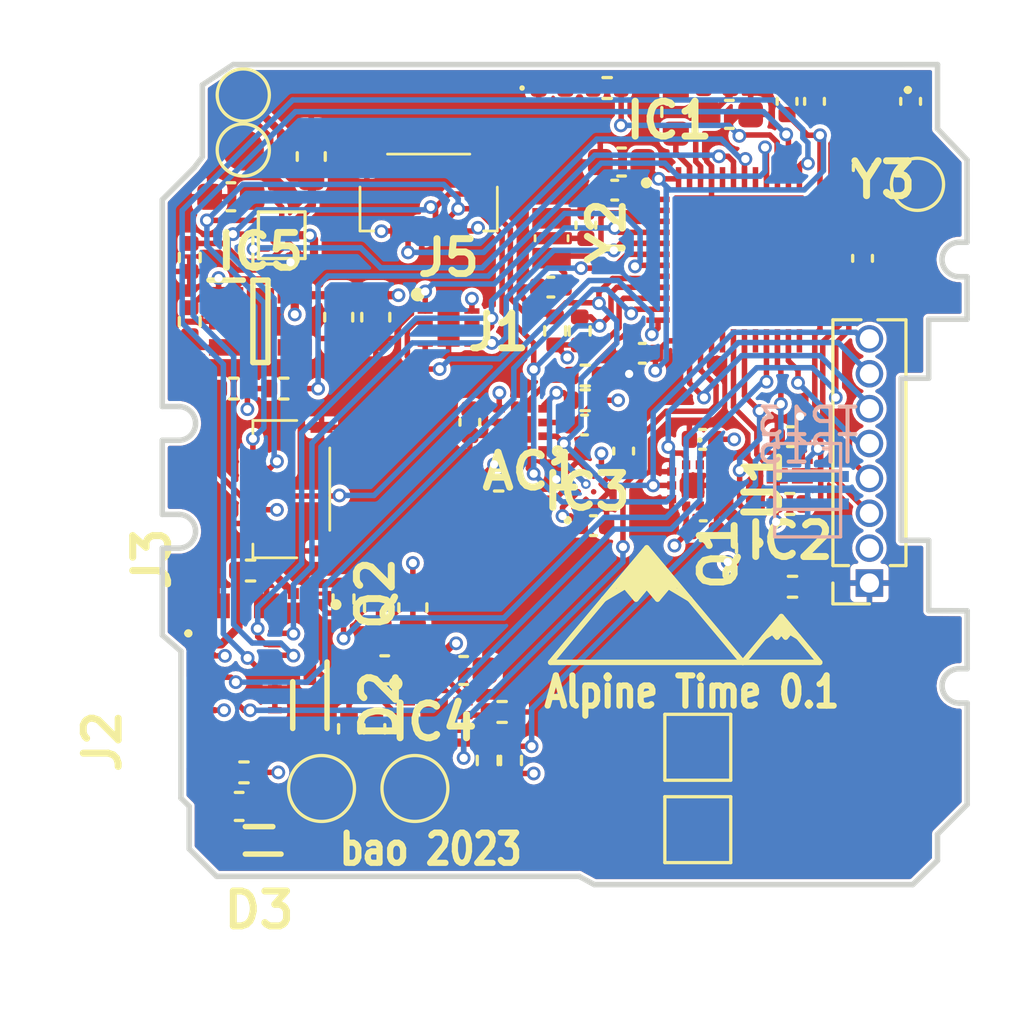
<source format=kicad_pcb>
(kicad_pcb (version 20221018) (generator pcbnew)
  (layers (0 "F.Cu" signal) (1 "In1.Cu" power) (2 "In2.Cu" power) (31 "B.Cu" signal) (34 "B.Paste" user) (35 "F.Paste" user) (36 "B.SilkS" user "B.Silkscreen") (37 "F.SilkS" user "F.Silkscreen") (38 "B.Mask" user) (39 "F.Mask" user) (44 "Edge.Cuts" user))
  (net 0 "")
  (net 1 "GND")
  (net 6 "Net-(IC1-ANT)")
  (net 7 "/SDA")
  (net 9 "VCC33")
  (net 12 "/ASDA")
  (net 14 "/ASCL")
  (net 15 "/SCL")
  (net 16 "VSYS")
  (net 19 "Net-(U2-BIN)")
  (net 20 "BAT")
  (net 21 "Net-(IC4-ISET)")
  (net 22 "Net-(IC4-TS)")
  (net 23 "Net-(IC4-VSET)")
  (net 24 "Net-(IC5-EN)")
  (net 26 "Net-(Q1-Pad3)")
  (net 27 "Net-(Q2-Pad3)")
  (net 30 "/GINT")
  (net 31 "VCC5V_IN")
  (net 32 "VCC5V_INPUT")
  (net 33 "Net-(IC1-DEC1)")
  (net 34 "/XL1")
  (net 35 "/XL2")
  (net 36 "/SCLK")
  (net 37 "/MOSI")
  (net 38 "/MISO")
  (net 39 "/CS0")
  (net 40 "/LCD_DET")
  (net 41 "/TP_RST")
  (net 42 "/TX")
  (net 43 "/CHRG_STAT")
  (net 44 "/KEY_IN")
  (net 45 "/KEY")
  (net 46 "/WR")
  (net 47 "/CHRG_NPG")
  (net 48 "/SWCLK")
  (net 49 "/SWDIO")
  (net 50 "/BCKLT")
  (net 52 "Net-(IC1-DEC3)")
  (net 53 "/XC1")
  (net 54 "/XC2")
  (net 55 "/CS1")
  (net 56 "/RES")
  (net 57 "/LED")
  (net 58 "/TP_INT")
  (net 59 "/TEST")
  (net 60 "/GPOUT")
  (net 61 "Net-(IC1-DEC4)")
  (net 62 "Net-(IC1-DCC)")
  (net 63 "Net-(U2-V_{DD})")
  (net 64 "Net-(L1-Pad2)")
  (net 65 "Net-(L2-Pad2)")
  (net 66 "/RX")
  (net 67 "/MOT_CTRL")
  (net 68 "/BCKLT_CTRL")
  (net 69 "Net-(R16-Pad2)")
  (net 70 "Net-(D1-A)")
  (net 71 "Net-(IC2-A)")
  (footprint "Capacitor_SMD:C_0603_1608Metric" (layer "F.Cu") (at 158.2 116.5 180)
    (fp_text reference "C9" hide)
    (fp_text value "1u")
  )
  (footprint "Inductor_SMD:L_0402_1005Metric" (layer "F.Cu") (at 174.225 101.9922)
    (fp_text reference "L1" hide)
    (fp_text value "3.9n")
  )
  (footprint "Capacitor_SMD:C_0603_1608Metric" (layer "F.Cu") (at 155.1 114.21 90)
    (fp_text reference "C11" hide)
    (fp_text value "1u")
  )
  (footprint "Resistor_SMD:R_0402_1005Metric" (layer "F.Cu") (at 148.225 101.46 90)
    (fp_text reference "R3" hide)
    (fp_text value "NTC")
  )
  (footprint "bao-lib:BMP581" (layer "F.Cu") (at 166.55 109.76 -90)
    (fp_text reference "U1")
    (fp_text value "BMP581" hide)
  )
  (footprint "bao-lib:SON50P200X200X80-9N" (layer "F.Cu") (at 157.125 118.375)
    (fp_text reference "IC4")
    (fp_text value "BQ25170DSGR" hide)
  )
  (footprint "bao-lib:BMM150" (layer "F.Cu") (at 162.65 109.71 180)
    (fp_text reference "IC3")
    (fp_text value "BMM150" hide)
  )
  (footprint "TestPoint:TestPoint_Pad_2.0x2.0mm" (layer "F.Cu") (at 166.725 119.2961)
    (fp_text reference "TP11" hide)
    (fp_text value "MOT")
  )
  (footprint "Capacitor_SMD:C_0603_1608Metric" (layer "F.Cu") (at 149.725 99.25)
    (fp_text reference "C18" hide)
    (fp_text value "2.2u")
  )
  (footprint "bao-lib:BOSCH_LGA-12" (layer "F.Cu") (at 160.30966 107.72 180)
    (fp_text reference "AC1")
    (fp_text value "BMA456" hide)
  )
  (footprint "Capacitor_SMD:C_0402_1005Metric" (layer "F.Cu") (at 163.7 99.01)
    (fp_text reference "C3" hide)
    (fp_text value "100n")
  )
  (footprint "bao-lib:SON40P150X150X50-9N" (layer "F.Cu") (at 157.65 104.01)
    (fp_text reference "J5")
    (fp_text value "GD25D10CKIGR" hide)
  )
  (footprint "Capacitor_SMD:C_0402_1005Metric" (layer "F.Cu") (at 169.975 95.7761 -90)
    (fp_text reference "C25" hide)
    (fp_text value "100n")
  )
  (footprint "Capacitor_SMD:C_0402_1005Metric" (layer "F.Cu") (at 162.65 100.285 90)
    (fp_text reference "C21" hide)
    (fp_text value "12p")
  )
  (footprint "Capacitor_SMD:C_0402_1005Metric" (layer "F.Cu") (at 161.375 102.5389)
    (fp_text reference "C22" hide)
    (fp_text value "12p")
  )
  (footprint "Capacitor_SMD:C_0402_1005Metric" (layer "F.Cu") (at 172.725 101.4922 -90)
    (fp_text reference "C14" hide)
    (fp_text value "0.8p")
  )
  (footprint "TestPoint:TestPoint_Pad_2.0x2.0mm" (layer "F.Cu") (at 166.725 122.2961)
    (fp_text reference "TP12" hide)
    (fp_text value "GND")
  )
  (footprint "Resistor_SMD:R_0402_1005Metric" (layer "F.Cu") (at 159.925 119.775 90)
    (fp_text reference "R10" hide)
    (fp_text value "10k")
  )
  (footprint "Resistor_SMD:R_0402_1005Metric" (layer "F.Cu") (at 151.65 106.235)
    (fp_text reference "R21" hide)
    (fp_text value "100k")
  )
  (footprint "bao-lib:23287026" (layer "F.Cu") (at 156.925 99.0961 180)
    (fp_text reference "J1")
    (fp_text value "2328702-6" hide)
  )
  (footprint "bao-lib:ECS320837CKMTR3" (layer "F.Cu") (at 172.725 95.885 180)
    (fp_text reference "Y3")
    (fp_text value "ECS-320-8-37-CKM-TR3" hide)
  )
  (footprint "bao-lib:SODFL2512X80N" (layer "F.Cu") (at 152.6 117.76 -90)
    (fp_text reference "D2")
    (fp_text value "BAT46WJ,115" hide)
  )
  (footprint "Resistor_SMD:R_0402_1005Metric" (layer "F.Cu") (at 162.625 106.66 180)
    (fp_text reference "R13" hide)
    (fp_text value "2.2k")
  )
  (footprint "Resistor_SMD:R_0402_1005Metric" (layer "F.Cu") (at 154.025 118.625 90)
    (fp_text reference "R6" hide)
    (fp_text value "3k")
  )
  (footprint "Resistor_SMD:R_0402_1005Metric" (layer "F.Cu") (at 150.44 112.86 180)
    (fp_text reference "R17" hide)
    (fp_text value "33")
  )
  (footprint "Resistor_SMD:R_0402_1005Metric" (layer "F.Cu") (at 153.825 113.9 -90)
    (fp_text reference "R18" hide)
    (fp_text value "100k")
  )
  (footprint "Capacitor_SMD:C_0603_1608Metric" (layer "F.Cu") (at 155.325 116.475)
    (fp_text reference "C10" hide)
    (fp_text value "1u")
  )
  (footprint "Inductor_SMD:L_0402_1005Metric" (layer "F.Cu") (at 167.425 95.265)
    (fp_text reference "L3" hide)
    (fp_text value "15n")
  )
  (footprint "Resistor_SMD:R_0402_1005Metric" (layer "F.Cu") (at 161.53 104.135 90)
    (fp_text reference "R1" hide)
    (fp_text value "2.2k")
  )
  (footprint "Capacitor_SMD:C_0603_1608Metric" (layer "F.Cu") (at 156.35 114.21 90)
    (fp_text reference "C12" hide)
    (fp_text value "1u")
  )
  (footprint "bao-lib:PMXB75UPEZ" (layer "F.Cu") (at 152.45 113.7 -90)
    (fp_text reference "Q2")
    (fp_text value "PMXB75UPEZ" hide)
  )
  (footprint "Connector_PinSocket_1.27mm:PinSocket_1x08_P1.27mm_Vertical" (layer "F.Cu") (at 172.975 113.315 180)
    (fp_text reference "J4" hide)
    (fp_text value "Conn_01x08")
  )
  (footprint "Capacitor_SMD:C_0603_1608Metric" (layer "F.Cu") (at 155 103.635 -90)
    (fp_text reference "C1" hide)
    (fp_text value "4.7u")
  )
  (footprint "Capacitor_SMD:C_0603_1608Metric" (layer "F.Cu") (at 167.875 96.25)
    (fp_text reference "C16" hide)
    (fp_text value "1u")
  )
  (footprint "bao-lib:SON35P100X100X40-6N" (layer "F.Cu") (at 170.075 109.235 180)
    (fp_text reference "IC2")
    (fp_text value "SN74LVC1G17DSFR" hide)
  )
  (footprint "Capacitor_SMD:C_0402_1005Metric" (layer "F.Cu") (at 162.6 107.56)
    (fp_text reference "C5" hide)
    (fp_text value "100n")
  )
  (footprint "Resistor_SMD:R_0402_1005Metric" (layer "F.Cu") (at 159.475 109.585)
    (fp_text reference "R14" hide)
    (fp_text value "2.2k")
  )
  (footprint "bao-lib:23287026" (layer "F.Cu") (at 151.925 109.8961 90)
    (fp_text reference "J3")
    (fp_text value "2328702-6" hide)
  )
  (footprint "Capacitor_SMD:C_0402_1005Metric" (layer "F.Cu") (at 164.025 108.51 90)
    (fp_text reference "C6" hide)
    (fp_text value "100n")
  )
  (footprint "Capacitor_SMD:C_0603_1608Metric" (layer "F.Cu") (at 153.65 103.635 -90)
    (fp_text reference "C2" hide)
    (fp_text value "4.7u")
  )
  (footprint "Resistor_SMD:R_0402_1005Metric" (layer "F.Cu") (at 159.6 118.01 180)
    (fp_text reference "R8" hide)
    (fp_text value "62k")
  )
  (footprint "Resistor_SMD:R_0402_1005Metric" (layer "F.Cu") (at 168.515 112.04 90)
    (fp_text reference "R15" hide)
    (fp_text value "100k")
  )
  (footprint "Capacitor_SMD:C_0603_1608Metric" (layer "F.Cu") (at 150.025 121.45)
    (fp_text reference "C17" hide)
    (fp_text value "1u")
  )
  (footprint "TestPoint:TestPoint_Pad_D2.0mm" (layer "F.Cu") (at 156.425 120.7961)
    (fp_text reference "TP2" hide)
    (fp_text value "G")
  )
  (footprint "Resistor_SMD:R_0402_1005Metric" (layer "F.Cu") (at 162.625 105.76)
    (fp_text reference "R5" hide)
    (fp_text value "2.2k")
  )
  (footprint "Resistor_SMD:R_0402_1005Metric" (layer "F.Cu") (at 170.175 113.45 180)
    (fp_text reference "R16" hide)
    (fp_text value "10")
  )
  (footprint "Resistor_SMD:R_0402_1005Metric" (layer "F.Cu") (at 148.225 103.8 -90)
    (fp_text reference "R11" hide)
    (fp_text value "100k")
  )
  (footprint "Resistor_SMD:R_0402_1005Metric" (layer "F.Cu") (at 159.075 119.775 90)
    (fp_text reference "R9" hide)
    (fp_text value "10k")
  )
  (footprint "Capacitor_SMD:C_0402_1005Metric" (layer "F.Cu") (at 164.705 104.95)
    (fp_text reference "C24" hide)
    (fp_text value "100n")
  )
  (footprint "Capacitor_SMD:C_0402_1005Metric" (layer "F.Cu") (at 170.975 95.7761 -90)
    (fp_text reference "C20" hide)
    (fp_text value "12p")
  )
  (footprint "TestPoint:TestPoint_Pad_D2.0mm" (layer "F.Cu") (at 153.025 120.7961)
    (fp_text reference "TP1" hide)
    (fp_text value "5V")
  )
  (footprint "Capacitor_SMD:C_0402_1005Metric" (layer "F.Cu") (at 172.75 98.185 -90)
    (fp_text reference "C15" hide)
    (fp_text value "100p")
  )
  (footprint "Inductor_SMD:L_0603_1608Metric" (layer "F.Cu") (at 165.925 96.165 90)
    (fp_text reference "L2" hide)
    (fp_text value "10u")
  )
  (footprint "bao-lib:SOD882" (layer "F.Cu") (at 150.75 122.685 180)
    (fp_text reference "D3")
    (fp_text value "SP1003-01ETG" hide)
  )
  (footprint "bao-lib:AXE516127" (layer "F.Cu") (at 150.125 116.5461 90)
    (fp_text reference "J2")
    (fp_text value "AXE516127" hide)
  )
  (footprint "Capacitor_SMD:C_0603_1608Metric" (layer "F.Cu") (at 163.95 97.985)
    (fp_text reference "C23" hide)
    (fp_text value "4.7u")
  )
  (footprint "Capacitor_SMD:C_0402_1005Metric" (layer "F.Cu") (at 166.925 111.41 180)
    (fp_text reference "C27" hide)
    (fp_text value "100n")
  )
  (footprint "TestPoint:TestPoint_Pad_D1.5mm" (layer "F.Cu") (at 174.725 98.7961)
    (fp_text reference "TP10" hide)
    (fp_text value "ANT")
  )
  (footprint "Resistor_SMD:R_0402_1005Metric" (layer "F.Cu") (at 154.95 118.625 90)
    (fp_text reference "R7" hide)
    (fp_text value "NTC")
  )
  (footprint "TestPoint:TestPoint_Pad_D1.5mm" (layer "F.Cu") (at 150.175 95.5461)
    (fp_text reference "TP3" hide)
    (fp_text value "B+")
  )
  (footprint "Capacitor_SMD:C_0402_1005Metric" (layer "F.Cu") (at 170.1 107.985 180)
    (fp_text reference "C13" hide)
    (fp_text value "100n")
  )
  (footprint "Capacitor_SMD:C_0402_1005Metric" (layer "F.Cu") (at 162.925 111.225)
    (fp_text reference "C7" hide)
    (fp_text value "100n")
  )
  (footprint "Capacitor_SMD:C_0603_1608Metric" (layer "F.Cu") (at 152.65 97.785 90)
    (fp_text reference "C26" hide)
    (fp_text value "2.2u")
  )
  (footprint "Resistor_SMD:R_0402_1005Metric" (layer "F.Cu") (at 149.825 106.235 180)
    (fp_text reference "R20" hide)
    (fp_text value "100k")
  )
  (footprint "bao-lib:SOT95P275X110-5N" (layer "F.Cu") (at 150.8 103.785)
    (fp_text reference "IC5")
    (fp_text value "NCP115ASN330T2G" hide)
  )
  (footprint "Resistor_SMD:R_0402_1005Metric" (layer "F.Cu") (at 170.075 110.435)
    (fp_text reference "R4" hide)
    (fp_text value "10k")
  )
  (footprint "bao-lib:ABS0612732768KHZT" (layer "F.Cu") (at 161.4 100.76 -90)
    (fp_text reference "Y2")
    (fp_text value "ABS06-32.768KHZ-9-1-T" hide)
  )
  (footprint "Resistor_SMD:R_0402_1005Metric" (layer "F.Cu") (at 150.2 120.21)
    (fp_text reference "R19" hide)
    (fp_text value "1M")
  )
  (footprint "bao-lib:PMXB75UPEZ" (layer "F.Cu") (at 170.015 112.25 90)
    (fp_text reference "Q1")
    (fp_text value "PMXB75UPEZ" hide)
  )
  (footprint "LED_SMD:LED_0402_1005Metric" (layer "F.Cu") (at 161.4175 95.29)
    (fp_text reference "D1" hide)
    (fp_text value "LED")
  )
  (footprint "Resistor_SMD:R_0402_1005Metric" (layer "F.Cu") (at 163.425 95.29)
    (fp_text reference "R2" hide)
    (fp_text value "TBD")
  )
  (footprint "Capacitor_SMD:C_0402_1005Metric" (layer "F.Cu") (at 166.9 108.085 180)
    (fp_text reference "C28" hide)
    (fp_text value "100n")
  )
  (footprint "Capacitor_SMD:C_0402_1005Metric" (layer "F.Cu") (at 158.425 107.46 -90)
    (fp_text reference "C4" hide)
    (fp_text value "100n")
  )
  (footprint "TestPoint:TestPoint_Pad_D1.5mm" (layer "F.Cu") (at 150.175 97.5461)
    (fp_text reference "TP4" hide)
    (fp_text value "B-")
  )
  (footprint "Package_BGA:Texas_DSBGA-9_1.4715x1.4715mm_Layout3x3_P0.5mm" (layer "F.Cu") (at 151.575 100.65 90)
    (fp_text reference "U2" hide)
    (fp_text value "bao-lib:BQ27427")
  )
  (footprint "bao-lib:QFN40P600X600X90-49N-D" (layer "F.Cu") (at 168.225 101.5461)
    (fp_text reference "IC1")
    (fp_text value "nRF52832-QFAA-R7" hide)
  )
  (footprint "Capacitor_SMD:C_0402_1005Metric" (layer "F.Cu") (at 174.475 95.7761 90)
    (fp_text reference "C19" hide)
    (fp_text value "12p")
  )
  (footprint "Resistor_SMD:R_0402_1005Metric" (layer "F.Cu") (at 162.425 104.135 90)
    (fp_text reference "R12" hide)
    (fp_text value "2.2k")
  )
  (footprint "TestPoint:TestPoint_Pad_2.0x2.0mm" (layer "B.Cu") (at 170.725 110.435 180)
    (fp_text reference "TP15")
    (fp_text value "KEY2")
  )
  (footprint "TestPoint:TestPoint_Pad_2.0x2.0mm" (layer "B.Cu") (at 170.725 109.435 180)
    (fp_text reference "TP13")
    (fp_text value "KEY1")
  )
  (gr_line (start 169.45358 115.09601) (end 169.61021 115.282682) (stroke (width 0.2)) (layer "F.SilkS"))
  (gr_line (start 164.86684 112.03333) (end 166.43316 113.9) (stroke (width 0.2)) (layer "F.SilkS"))
  (gr_line (start 163.30052 113.9) (end 164.86684 112.03333) (stroke (width 0.2)) (layer "F.SilkS"))
  (gr_line (start 170.0801 115.09601) (end 170.39337 115.282682) (stroke (width 0.2)) (layer "F.SilkS"))
  (gr_line (start 163.30052 113.9) (end 161.36684 116.20447) (stroke (width 0.2)) (layer "F.SilkS"))
  (gr_line (start 163.30052 113.9) (end 164.08368 113.43333) (stroke (width 0.2)) (layer "F.SilkS"))
  (gr_line (start 168.36684 116.20447) (end 169.76684 114.53601) (stroke (width 0.2)) (layer "F.SilkS"))
  (gr_line (start 169.76684 115.09601) (end 169.92347 115.282682) (stroke (width 0.2)) (layer "F.SilkS"))
  (gr_line (start 169.76684 114.53601) (end 171.16684 116.20447) (stroke (width 0.2)) (layer "F.SilkS"))
  (gr_line (start 166.43316 113.9) (end 168.36684 116.20447) (stroke (width 0.2)) (layer "F.SilkS"))
  (gr_line (start 169.61021 115.282682) (end 169.76684 115.09601) (stroke (width 0.2)) (layer "F.SilkS"))
  (gr_line (start 168.36684 116.20447) (end 171.16684 116.20447) (stroke (width 0.2)) (layer "F.SilkS"))
  (gr_line (start 164.47526 113.9) (end 164.86684 113.43333) (stroke (width 0.2)) (layer "F.SilkS"))
  (gr_line (start 169.92347 115.282682) (end 170.0801 115.09601) (stroke (width 0.2)) (layer "F.SilkS"))
  (gr_line (start 169.14031 115.282682) (end 169.45358 115.09601) (stroke (width 0.2)) (layer "F.SilkS"))
  (gr_line (start 164.08368 113.43333) (end 164.47526 113.9) (stroke (width 0.2)) (layer "F.SilkS"))
  (gr_line (start 165.25842 113.9) (end 165.65 113.43333) (stroke (width 0.2)) (layer "F.SilkS"))
  (gr_line (start 164.86684 113.43333) (end 165.25842 113.9) (stroke (width 0.2)) (layer "F.SilkS"))
  (gr_line (start 161.36684 116.20447) (end 168.36684 116.20447) (stroke (width 0.2)) (layer "F.SilkS"))
  (gr_line (start 166.43316 113.9) (end 165.65 113.43333) (stroke (width 0.2)) (layer "F.SilkS"))
  (gr_line (start 176.245 100.907) (end 176.53 100.907) (stroke (width 0.2)) (layer "Edge.Cuts"))
  (gr_line (start 147.225 108.117) (end 147.823 108.117) (stroke (width 0.2)) (layer "Edge.Cuts"))
  (gr_line (start 148.20524 122.99564) (end 148.205 121.4462) (stroke (width 0.2)) (layer "Edge.Cuts"))
  (gr_line (start 176.53078 102.15986) (end 176.531 103.709) (stroke (width 0.2)) (layer "Edge.Cuts"))
  (gr_line (start 176.53362 117.68678) (end 176.534 121.3776) (stroke (width 0.2)) (layer "Edge.Cuts"))
  (gr_line (start 148.68395 97.79807) (end 148.38677 98.18923) (stroke (width 0.2)) (layer "Edge.Cuts"))
  (gr_line (start 176.531 103.709) (end 175.132 103.709) (stroke (width 0.2)) (layer "Edge.Cuts"))
  (gr_line (start 147.224281 115.210261) (end 147.225 112.046) (stroke (width 0.2)) (layer "Edge.Cuts"))
  (gr_line (start 147.225 106.887) (end 147.225 99.357) (stroke (width 0.2)) (layer "Edge.Cuts"))
  (gr_line (start 176.245 102.15986) (end 176.53078 102.15986) (stroke (width 0.2)) (layer "Edge.Cuts"))
  (gr_arc (start 147.823 106.887) (mid 148.438 107.502) (end 147.823 108.117) (stroke (width 0.2)) (layer "Edge.Cuts"))
  (gr_line (start 176.53354 114.32662) (end 176.53284 116.43392) (stroke (width 0.2)) (layer "Edge.Cuts"))
  (gr_line (start 174.554841 124.296142) (end 162.955 124.2961) (stroke (width 0.2)) (layer "Edge.Cuts"))
  (gr_line (start 147.225 110.816) (end 147.823 110.816) (stroke (width 0.2)) (layer "Edge.Cuts"))
  (gr_line (start 174.131 111.759) (end 175.134 111.759) (stroke (width 0.2)) (layer "Edge.Cuts"))
  (gr_line (start 162.406358 123.996378) (end 149.206 123.9964) (stroke (width 0.2)) (layer "Edge.Cuts"))
  (gr_line (start 147.905278 121.146478) (end 147.905 115.797) (stroke (width 0.2)) (layer "Edge.Cuts"))
  (gr_line (start 149.807 94.435) (end 175.4547 94.436323) (stroke (width 0.2)) (layer "Edge.Cuts"))
  (gr_line (start 147.225 106.887) (end 147.823 106.887) (stroke (width 0.2)) (layer "Edge.Cuts"))
  (gr_line (start 147.225 99.357) (end 148.38677 98.18923) (stroke (width 0.2)) (layer "Edge.Cuts"))
  (gr_line (start 175.132 105.858) (end 174.131 105.858) (stroke (width 0.2)) (layer "Edge.Cuts"))
  (gr_arc (start 176.24784 117.68678) (mid 175.62141 117.06035) (end 176.24784 116.43392) (stroke (width 0.2)) (layer "Edge.Cuts"))
  (gr_line (start 175.134 114.319) (end 176.53354 114.32662) (stroke (width 0.2)) (layer "Edge.Cuts"))
  (gr_line (start 149.206 123.9964) (end 148.20524 122.99564) (stroke (width 0.2)) (layer "Edge.Cuts"))
  (gr_line (start 149.807 94.435) (end 148.684 95.179) (stroke (width 0.2)) (layer "Edge.Cuts"))
  (gr_line (start 175.455 96.777) (end 176.53036 97.90771) (stroke (width 0.2)) (layer "Edge.Cuts"))
  (gr_line (start 148.68395 97.79807) (end 148.684 95.179) (stroke (width 0.2)) (layer "Edge.Cuts"))
  (gr_line (start 176.24784 117.68678) (end 176.53362 117.68678) (stroke (width 0.2)) (layer "Edge.Cuts"))
  (gr_line (start 147.225 108.117) (end 147.225 110.816) (stroke (width 0.2)) (layer "Edge.Cuts"))
  (gr_line (start 147.225 112.046) (end 147.823 112.046) (stroke (width 0.2)) (layer "Edge.Cuts"))
  (gr_line (start 175.4547 94.436323) (end 175.455 96.777) (stroke (width 0.2)) (layer "Edge.Cuts"))
  (gr_line (start 176.53036 97.90771) (end 176.53 100.907) (stroke (width 0.2)) (layer "Edge.Cuts"))
  (gr_line (start 174.131 105.858) (end 174.131 111.759) (stroke (width 0.2)) (layer "Edge.Cuts"))
  (gr_line (start 147.905278 121.146478) (end 148.205 121.4462) (stroke (width 0.2)) (layer "Edge.Cuts"))
  (gr_arc (start 176.245 102.15986) (mid 175.61857 101.53343) (end 176.245 100.907) (stroke (width 0.2)) (layer "Edge.Cuts"))
  (gr_line (start 162.955 124.2961) (end 162.406358 123.996378) (stroke (width 0.2)) (layer "Edge.Cuts"))
  (gr_arc (start 147.823 110.816) (mid 148.438 111.431) (end 147.823 112.046) (stroke (width 0.2)) (layer "Edge.Cuts"))
  (gr_line (start 175.4545 122.4571) (end 175.454 123.4173) (stroke (width 0.2)) (layer "Edge.Cuts"))
  (gr_line (start 176.534 121.3776) (end 175.4545 122.4571) (stroke (width 0.2)) (layer "Edge.Cuts"))
  (gr_line (start 147.905 115.797) (end 147.224281 115.210261) (stroke (width 0.2)) (layer "Edge.Cuts"))
  (gr_line (start 176.24784 116.43392) (end 176.53284 116.43392) (stroke (width 0.2)) (layer "Edge.Cuts"))
  (gr_line (start 175.454 123.4173) (end 174.554841 124.296142) (stroke (width 0.2)) (layer "Edge.Cuts"))
  (gr_line (start 175.132 103.709) (end 175.132 105.858) (stroke (width 0.2)) (layer "Edge.Cuts"))
  (gr_line (start 175.134 111.759) (end 175.134 114.319) (stroke (width 0.2)) (layer "Edge.Cuts"))
  (gr_text "bao 2023" (at 153.575 123.65) (layer "F.SilkS") (effects (font (size 1.1 0.9) (thickness 0.225) bold) (justify left bottom)))
  (gr_text "Alpine Time 0.1" (at 161.025 117.925) (layer "F.SilkS") (effects (font (size 1.1 0.9) (thickness 0.225) bold) (justify left bottom)))
  (segment (start 168.225 101.5461) (end 168.425 101.3461) (width 0.2) (layer "F.Cu") (net 1))
  (segment (start 167.05342 97.42158) (end 168.225 96.25) (width 0.2) (layer "F.Cu") (net 1))
  (segment (start 167.225 98.130462) (end 167.05342 97.958882) (width 0.2) (layer "F.Cu") (net 1))
  (segment (start 167.225 98.5961) (end 167.225 100.5461) (width 0.2) (layer "F.Cu") (net 1))
  (segment (start 167.225 100.5461) (end 168.225 101.5461) (width 0.2) (layer "F.Cu") (net 1))
  (segment (start 167.225 98.5961) (end 167.225 98.130462) (width 0.2) (layer "F.Cu") (net 1))
  (segment (start 168.225 96.25) (end 168.65 96.25) (width 0.2) (layer "F.Cu") (net 1))
  (segment (start 167.05342 97.958882) (end 167.05342 97.42158) (width 0.2) (layer "F.Cu") (net 1))
  (segment (start 168.425 101.3461) (end 171.175 101.3461) (width 0.2) (layer "F.Cu") (net 1))
  (via (at 161.575 109.535) (size 0.5) (drill 0.3) (layers "F.Cu" "B.Cu") (net 1))
  (via (at 170.45 107.25) (size 0.5) (drill 0.3) (layers "F.Cu" "B.Cu") (net 1))
  (via (at 151.89381 101.6355) (size 0.5) (drill 0.3) (layers "F.Cu" "B.Cu") (net 1))
  (via (at 164.225 105.7) (size 0.5) (drill 0.3) (layers "F.Cu" "B.Cu") (net 1))
  (segment (start 172 101.7461) (end 172.2261 101.9722) (width 0.2) (layer "F.Cu") (net 6))
  (segment (start 173.72 101.9722) (end 173.74 101.9922) (width 0.2) (layer "F.Cu") (net 6))
  (segment (start 172.2261 101.9722) (end 172.725 101.9722) (width 0.2) (layer "F.Cu") (net 6))
  (segment (start 172.725 101.9722) (end 173.72 101.9722) (width 0.2) (layer "F.Cu") (net 6))
  (segment (start 171.175 101.7461) (end 172 101.7461) (width 0.2) (layer "F.Cu") (net 6))
  (segment (start 151.4 108.885) (end 151.1389 109.1461) (width 0.2) (layer "F.Cu") (net 7))
  (segment (start 161.53 103.625) (end 161.425 103.52) (width 0.2) (layer "F.Cu") (net 7))
  (segment (start 163.125 103.125) (end 163.11 103.11) (width 0.2) (layer "F.Cu") (net 7))
  (segment (start 163.125 102.725) (end 163.625 102.225) (width 0.2) (layer "F.Cu") (net 7))
  (segment (start 151.035 100.61) (end 149.8 100.61) (width 0.2) (layer "F.Cu") (net 7))
  (segment (start 161.585 107.97) (end 161.8 108.185) (width 0.2) (layer "F.Cu") (net 7))
  (segment (start 157.66 99.15) (end 157.175 99.635) (width 0.2) (layer "F.Cu") (net 7))
  (segment (start 157.175 99.635) (end 157.175 100.4961) (width 0.2) (layer "F.Cu") (net 7))
  (segment (start 164.7244 102.2256) (end 164.8039 102.1461) (width 0.2) (layer "F.Cu") (net 7))
  (segment (start 163.125 103.125) (end 163.125 102.725) (width 0.2) (layer "F.Cu") (net 7))
  (segment (start 161.925 103.11) (end 161.53 103.505) (width 0.2) (layer "F.Cu") (net 7))
  (segment (start 164.8039 102.1461) (end 165.275 102.1461) (width 0.2) (layer "F.Cu") (net 7))
  (segment (start 159.9 100.435) (end 158.615 99.15) (width 0.2) (layer "F.Cu") (net 7))
  (segment (start 161.12466 107.97) (end 161.585 107.97) (width 0.2) (layer "F.Cu") (net 7))
  (segment (start 161.425 103.52) (end 160.47 103.52) (width 0.2) (layer "F.Cu") (net 7))
  (segment (start 161.8 108.185) (end 161.8 108.36) (width 0.2) (layer "F.Cu") (net 7))
  (segment (start 151.1389 109.1461) (end 150.525 109.1461) (width 0.2) (layer "F.Cu") (net 7))
  (segment (start 163.625 102.225) (end 164.256046 102.225) (width 0.2) (layer "F.Cu") (net 7))
  (segment (start 165.775 109.76) (end 165.1 109.76) (width 0.2) (layer "F.Cu") (net 7))
  (segment (start 164.256646 102.2256) (end 164.7244 102.2256) (width 0.2) (layer "F.Cu") (net 7))
  (segment (start 161.53 103.505) (end 161.53 103.625) (width 0.2) (layer "F.Cu") (net 7))
  (segment (start 158.615 99.15) (end 157.66 99.15) (width 0.2) (layer "F.Cu") (net 7))
  (segment (start 157.175 99.8) (end 157.175 100.4961) (width 0.2) (layer "F.Cu") (net 7))
  (segment (start 163.11 103.11) (end 161.925 103.11) (width 0.2) (layer "F.Cu") (net 7))
  (segment (start 160.47 103.52) (end 159.9 102.95) (width 0.2) (layer "F.Cu") (net 7))
  (segment (start 164.256046 102.225) (end 164.256646 102.2256) (width 0.2) (layer "F.Cu") (net 7))
  (segment (start 151.075 100.65) (end 151.035 100.61) (width 0.2) (layer "F.Cu") (net 7))
  (segment (start 157 99.625) (end 157.175 99.8) (width 0.2) (layer "F.Cu") (net 7))
  (segment (start 159.9 102.95) (end 159.9 100.435) (width 0.2) (layer "F.Cu") (net 7))
  (via (at 165.1 109.76) (size 0.5) (drill 0.3) (layers "F.Cu" "B.Cu") (net 7))
  (via (at 157 99.625) (size 0.5) (drill 0.3) (layers "F.Cu" "B.Cu") (net 7))
  (via (at 151.4 108.885) (size 0.5) (drill 0.3) (layers "F.Cu" "B.Cu") (net 7))
  (via (at 161.85 108.235) (size 0.5) (drill 0.3) (layers "F.Cu" "B.Cu") (net 7))
  (via (at 163.125 103.125) (size 0.5) (drill 0.3) (layers "F.Cu" "B.Cu") (net 7))
  (via (at 149.8 100.61) (size 0.5) (drill 0.3) (layers "F.Cu" "B.Cu") (net 7))
  (segment (start 172.975 104.425) (end 172.715 104.425) (width 0.2) (layer "B.Cu") (net 7))
  (segment (start 172.715 104.425) (end 172.475 104.185) (width 0.2) (layer "B.Cu") (net 7))
  (segment (start 163.775 104.575) (end 162.475 105.875) (width 0.2) (layer "B.Cu") (net 7))
  (segment (start 161.85 108.235) (end 163.375 109.76) (width 0.2) (layer "B.Cu") (net 7))
  (segment (start 168.025 104.185) (end 165.1 107.11) (width 0.2) (layer "B.Cu") (net 7))
  (segment (start 149.625 101.285) (end 151.3 102.96) (width 0.2) (layer "B.Cu") (net 7))
  (segment (start 151.3 108.785) (end 151.4 108.885) (width 0.2) (layer "B.Cu") (net 7))
  (segment (start 163.775 103.775) (end 163.775 104.575) (width 0.2) (layer "B.Cu") (net 7))
  (segment (start 162.475 107.61) (end 161.85 108.235) (width 0.2) (layer "B.Cu") (net 7))
  (segment (start 162.475 105.875) (end 162.475 107.61) (width 0.2) (layer "B.Cu") (net 7))
  (segment (start 157 99.625) (end 156.9 99.725) (width 0.2) (layer "B.Cu") (net 7))
  (segment (start 163.375 109.76) (end 165.1 109.76) (width 0.2) (layer "B.Cu") (net 7))
  (segment (start 172.475 104.185) (end 168.025 104.185) (width 0.2) (layer "B.Cu") (net 7))
  (segment (start 149.625 100.785) (end 149.625 101.285) (width 0.2) (layer "B.Cu") (net 7))
  (segment (start 165.1 107.11) (end 165.1 109.76) (width 0.2) (layer "B.Cu") (net 7))
  (segment (start 149.8 100.61) (end 149.625 100.785) (width 0.2) (layer "B.Cu") (net 7))
  (segment (start 156.9 99.725) (end 150.685 99.725) (width 0.2) (layer "B.Cu") (net 7))
  (segment (start 151.3 102.96) (end 151.3 108.785) (width 0.2) (layer "B.Cu") (net 7))
  (segment (start 150.685 99.725) (end 149.8 100.61) (width 0.2) (layer "B.Cu") (net 7))
  (segment (start 163.125 103.125) (end 163.775 103.775) (width 0.2) (layer "B.Cu") (net 7))
  (segment (start 151.81 102.65) (end 152.05 102.65) (width 0.2) (layer "F.Cu") (net 9))
  (segment (start 163.216 109.144) (end 163.216 108.594) (width 0.2) (layer "F.Cu") (net 9))
  (segment (start 168.045 108.08) (end 167.375 108.08) (width 0.2) (layer "F.Cu") (net 9))
  (segment (start 159.49466 106.39034) (end 159.5 106.385) (width 0.2) (layer "F.Cu") (net 9))
  (segment (start 153.675 102.835) (end 155.05 102.835) (width 0.3) (layer "F.Cu") (net 9))
  (segment (start 149.475 117.9461) (end 148.925 117.9461) (width 0.2) (layer "F.Cu") (net 9))
  (segment (start 155.775 102.835) (end 154.975 102.835) (width 0.3) (layer "F.Cu") (net 9))
  (segment (start 162.095 107.59) (end 163.025 106.66) (width 0.2) (layer "F.Cu") (net 9))
  (segment (start 165.875 111.95) (end 166.415 111.41) (width 0.2) (layer "F.Cu") (net 9))
  (segment (start 159.49466 106.97) (end 159.49466 106.39034) (width 0.2) (layer "F.Cu") (net 9))
  (segment (start 161.8 110.875) (end 162.095 110.875) (width 0.2) (layer "F.Cu") (net 9))
  (segment (start 167.375 108.08) (end 167.38 108.085) (width 0.2) (layer "F.Cu") (net 9))
  (segment (start 159.96 120.25) (end 159.925 120.285) (width 0.2) (layer "F.Cu") (net 9))
  (segment (start 169.6178 109.5906) (end 169.6178 110.3822) (width 0.2) (layer "F.Cu") (net 9))
  (segment (start 149.504938 115.965954) (end 148.925 115.965954) (width 0.2) (layer "F.Cu") (net 9))
  (segment (start 150.335 106.235) (end 151.14 106.235) (width 0.2) (layer "F.Cu") (net 9))
  (segment (start 166.415 111.41) (end 166.445 111.41) (width 0.2) (layer "F.Cu") (net 9))
  (segment (start 151.3961 110.6461) (end 151.4 110.65) (width 0.2) (layer "F.Cu") (net 9))
  (segment (start 158.965 109.335) (end 159.04 109.335) (width 0.2) (layer "F.Cu") (net 9))
  (segment (start 161.53 104.655) (end 161.53 104.645) (width 0.2) (layer "F.Cu") (net 9))
  (segment (start 166.025 98.5961) (end 165.13 98.5961) (width 0.2) (layer "F.Cu") (net 9))
  (segment (start 162.084 110.276) (end 162.367 109.993) (width 0.2) (layer "F.Cu") (net 9))
  (segment (start 159.49466 108.80534) (end 158.965 109.335) (width 0.2) (layer "F.Cu") (net 9))
  (segment (start 162.095 110.875) (end 162.445 111.225) (width 0.2) (layer "F.Cu") (net 9))
  (segment (start 160.75 120.25) (end 159.96 120.25) (width 0.2) (layer "F.Cu") (net 9))
  (segment (start 150.325 106.245) (end 150.335 106.235) (width 0.2) (layer "F.Cu") (net 9))
  (segment (start 162.095 107.735) (end 162.095 107.59) (width 0.2) (layer "F.Cu") (net 9))
  (segment (start 168.05 108.085) (end 168.045 108.08) (width 0.2) (layer "F.Cu") (net 9))
  (segment (start 166.3 110.51) (end 166.3 111.265) (width 0.2) (layer "F.Cu") (net 9))
  (segment (start 163.216 109.144) (end 164.014 109.144) (width 0.2) (layer "F.Cu") (net 9))
  (segment (start 167.38 108.555) (end 167.38 108.085) (width 0.2) (layer "F.Cu") (net 9))
  (segment (start 150.525 110.6461) (end 151.3961 110.6461) (width 0.2) (layer "F.Cu") (net 9))
  (segment (start 158.175 100.4961) (end 158.5361 100.4961) (width 0.2) (layer "F.Cu") (net 9))
  (segment (start 169.575 110.445) (end 169.565 110.435) (width 0.2) (layer "F.Cu") (net 9))
  (segment (start 163.025 106.66) (end 163.135 106.66) (width 0.2) (layer "F.Cu") (net 9))
  (segment (start 161.12466 107.47) (end 162.03 107.47) (width 0.2) (layer "F.Cu") (net 9))
  (segment (start 163.825 106.66) (end 163.135 106.66) (width 0.2) (layer "F.Cu") (net 9))
  (segment (start 154.975 102.835) (end 154.95 102.86) (width 0.2) (layer "F.Cu") (net 9))
  (segment (start 159.49466 108.47) (end 159.49466 108.80534) (width 0.2) (layer "F.Cu") (net 9))
  (segment (start 161.8 110.875) (end 161.8 110.56) (width 0.2) (layer "F.Cu") (net 9))
  (segment (start 165.175 105.585) (end 165.185 105.575) (width 0.2) (layer "F.Cu") (net 9))
  (segment (start 162.03 107.47) (end 162.12 107.56) (width 0.2) (layer "F.Cu") (net 9))
  (segment (start 165.13 98.5961) (end 164.73 98.1961) (width 0.2) (layer "F.Cu") (net 9))
  (segment (start 161.8 110.56) (end 162.084 110.276) (width 0.2) (layer "F.Cu") (net 9))
  (segment (start 159.3075 108.9925) (end 158.965 109.335) (width 0.2) (layer "F.Cu") (net 9))
  (segment (start 167.325 109.26) (end 167.325 108.61) (width 0.2) (layer "F.Cu") (net 9))
  (segment (start 158.5 102.96) (end 158.5 103.41) (width 0.2) (layer "F.Cu") (net 9))
  (segment (start 166.3 111.265) (end 166.445 111.41) (width 0.2) (layer "F.Cu") (net 9))
  (segment (start 161.975 105.1) (end 161.53 104.655) (width 0.2) (layer "F.Cu") (net 9))
  (segment (start 167.325 108.61) (end 167.38 108.555) (width 0.2) (layer "F.Cu") (net 9))
  (segment (start 166.8 109.01) (end 166.8 108.735) (width 0.2) (layer "F.Cu") (net 9))
  (segment (start 165.3 98.5961) (end 164.725 98.0211) (width 0.2) (layer "F.Cu") (net 9))
  (segment (start 150.5111 110.66) (end 150.525 110.6461) (width 0.2) (layer "F.Cu") (net 9))
  (segment (start 165.6389 104.4961) (end 165.185 104.95) (width 0.2) (layer "F.Cu") (net 9))
  (segment (start 166.025 104.4961) (end 165.6389 104.4961) (width 0.2) (layer "F.Cu") (net 9))
  (segment (start 163.216 108.594) (end 163.154 108.594) (width 0.2) (layer "F.Cu") (net 9))
  (segment (start 171.175 97.01) (end 170.7289 97.01) (width 0.2) (layer "F.Cu") (net 9))
  (segment (start 164.725 98.0211) (end 164.725 97.985) (width 0.2) (layer "F.Cu") (net 9))
  (segment (start 150.325 106.985) (end 150.325 106.245) (width 0.2) (layer "F.Cu") (net 9))
  (segment (start 148.925 115.9461) (end 148.925 116.3461) (width 0.2) (layer "F.Cu") (net 9))
  (segment (start 151.45 120.21) (end 150.71 120.21) (width 0.2) (layer "F.Cu") (net 9))
  (segment (start 170.7289 97.01) (end 169.975 96.2561) (width 0.2) (layer "F.Cu") (net 9))
  (segment (start 166.925 108.61) (end 167.325 108.61) (width 0.2) (layer "F.Cu") (net 9))
  (segment (start 148.925 115.965954) (end 148.925 116.3461) (width 0.2) (layer "F.Cu") (net 9))
  (segment (start 163.135 105.76) (end 163.135 106.66) (width 0.2) (layer "F.Cu") (net 9))
  (segment (start 159.075 120.285) (end 159.925 120.285) (width 0.2) (layer "F.Cu") (net 9))
  (segment (start 171.175 97.01) (end 171.175 99.3461) (width 0.2) (layer "F.Cu") (net 9))
  (segment (start 152.05 103.535) (end 152.05 102.835) (width 0.3) (layer "F.Cu") (net 9))
  (segment (start 148.925 117.5461) (end 148.925 117.9461) (width 0.2) (layer "F.Cu") (net 9))
  (segment (start 158.435 106.97) (end 158.425 106.98) (width 0.2) (layer "F.Cu") (net 9))
  (segment (start 169.6178 110.3822) (end 169.565 110.435) (width 0.2) (layer "F.Cu") (net 9))
  (segment (start 152.05 102.835) (end 153.675 102.835) (width 0.3) (layer "F.Cu") (net 9))
  (segment (start 166.8 108.735) (end 166.925 108.61) (width 0.2) (layer "F.Cu") (net 9))
  (segment (start 165.185 105.575) (end 165.185 104.95) (width 0.2) (layer "F.Cu") (net 9))
  (segment (start 162.425 104.645) (end 161.53 104.645) (width 0.2) (layer "F.Cu") (net 9))
  (segment (start 159.49466 106.97) (end 158.435 106.97) (width 0.2) (layer "F.Cu") (net 9))
  (segment (start 169.575 111.085) (end 169.575 110.445) (width 0.2) (layer "F.Cu") (net 9))
  (via (at 163.825 106.66) (size 0.5) (drill 0.3) (layers "F.Cu" "B.Cu") (net 9))
  (via (at 155.825 102.835) (size 0.5) (drill 0.3) (layers "F.Cu" "B.Cu") (net 9))
  (via (at 168.05 108.085) (size 0.5) (drill 0.3) (layers "F.Cu" "B.Cu") (net 9))
  (via (at 152.05 103.535) (size 0.5) (drill 0.3) (layers "F.Cu" "B.Cu") (net 9))
  (via (at 165.3 98.5961) (size 0.5) (drill 0.3) (layers "F.Cu" "B.Cu") (net 9))
  (via (at 158.721726 100.378274) (size 0.5) (drill 0.3) (layers "F.Cu" "B.Cu") (net 9))
  (via (at 169.575 111.085) (size 0.5) (drill 0.3) (layers "F.Cu" "B.Cu") (net 9))
  (via (at 151.4 110.65) (size 0.5) (drill 0.3) (layers "F.Cu" "B.Cu") (net 9))
  (via (at 149.475 117.9461) (size 0.5) (drill 0.3) (layers "F.Cu" "B.Cu") (net 9))
  (via (at 165.875 111.95) (size 0.5) (drill 0.3) (layers "F.Cu" "B.Cu") (net 9))
  (via (at 171.175 97.01) (size 0.5) (drill 0.3) (layers "F.Cu" "B.Cu") (net 9))
  (via (at 165.175 105.585) (size 0.5) (drill 0.3) (layers "F.Cu" "B.Cu") (net 9))
  (via (at 160.75 120.25) (size 0.5) (drill 0.3) (layers "F.Cu" "B.Cu") (net 9))
  (via (at 163.216 108.594) (size 0.5) (drill 0.3) (layers "F.Cu" "B.Cu") (net 9))
  (via (at 158.5 102.96) (size 0.5) (drill 0.3) (layers "F.Cu" "B.Cu") (net 9))
  (via (at 161.8 110.875) (size 0.5) (drill 0.3) (layers "F.Cu" "B.Cu") (net 9))
  (via (at 159.5 106.385) (size 0.5) (drill 0.3) (layers "F.Cu" "B.Cu") (net 9))
  (via (at 151.45 120.21) (size 0.5) (drill 0.3) (layers "F.Cu" "B.Cu") (net 9))
  (via (at 161.975 105.1) (size 0.5) (drill 0.3) (layers "F.Cu" "B.Cu") (net 9))
  (via (at 159.3075 108.9925) (size 0.5) (drill 0.3) (layers "F.Cu" "B.Cu") (net 9))
  (via (at 150.325 106.985) (size 0.5) (drill 0.3) (layers "F.Cu" "B.Cu") (net 9))
  (via (at 149.504938 115.965954) (size 0.5) (drill 0.3) (layers "F.Cu" "B.Cu") (net 9))
  (segment (start 171.3 98.3) (end 171.3 97.135) (width 0.2) (layer "B.Cu") (net 9))
  (segment (start 165.3 98.5961) (end 165.575 98.8711) (width 0.2) (layer "B.Cu") (net 9))
  (segment (start 165.575 105.185) (end 165.175 105.585) (width 0.2) (layer "B.Cu") (net 9))
  (segment (start 170.6 99) (end 171.3 98.3) (width 0.2) (layer "B.Cu") (net 9))
  (segment (start 165.3 98.5961) (end 165.7039 99) (width 0.2) (layer "B.Cu") (net 9))
  (segment (start 171.3 97.135) (end 171.175 97.01) (width 0.2) (layer "B.Cu") (net 9))
  (segment (start 165.575 98.8711) (end 165.575 105.185) (width 0.2) (layer "B.Cu") (net 9))
  (segment (start 165.7039 99) (end 170.6 99) (width 0.2) (layer "B.Cu") (net 9))
  (segment (start 161.84 106.385) (end 162.115 106.66) (width 0.2) (layer "F.Cu") (net 12))
  (segment (start 161.12466 106.83534) (end 161.12466 106.97) (width 0.2) (layer "F.Cu") (net 12))
  (segment (start 161.575 106.385) (end 161.12466 106.83534) (width 0.2) (layer "F.Cu") (net 12))
  (segment (start 161.575 106.385) (end 161.84 106.385) (width 0.2) (layer "F.Cu") (net 12))
  (segment (start 162.367 109.427) (end 162.367 109.428018) (width 0.2) (layer "F.Cu") (net 12))
  (segment (start 162.367 109.428018) (end 162.649491 109.710509) (width 0.2) (layer "F.Cu") (net 12))
  (via (at 162.649491 109.710509) (size 0.35) (drill 0.2) (layers "F.Cu" "B.Cu") (net 12))
  (via (at 161.575 106.385) (size 0.5) (drill 0.3) (layers "F.Cu" "B.Cu") (net 12))
  (segment (start 161.325 108.635) (end 161.7 109.01) (width 0.2) (layer "B.Cu") (net 12))
  (segment (start 161.948982 109.01) (end 162.649491 109.710509) (width 0.2) (layer "B.Cu") (net 12))
  (segment (start 161.325 106.635) (end 161.325 108.635) (width 0.2) (layer "B.Cu") (net 12))
  (segment (start 161.7 109.01) (end 161.948982 109.01) (width 0.2) (layer "B.Cu") (net 12))
  (segment (start 161.575 106.385) (end 161.325 106.635) (width 0.2) (layer "B.Cu") (net 12))
  (segment (start 162.645 109.715) (end 162.649491 109.710509) (width 0.2) (layer "B.Cu") (net 12))
  (segment (start 160.215 110.225) (end 159.985 109.995) (width 0.2) (layer "F.Cu") (net 14))
  (segment (start 160.05966 108.535) (end 160.05966 109.33466) (width 0.2) (layer "F.Cu") (net 14))
  (segment (start 161.569 110.225) (end 160.215 110.225) (width 0.2) (layer "F.Cu") (net 14))
  (segment (start 159.985 109.995) (end 159.985 109.335) (width 0.2) (layer "F.Cu") (net 14))
  (segment (start 160.05966 109.33466) (end 160.06 109.335) (width 0.2) (layer "F.Cu") (net 14))
  (segment (start 162.084 109.71) (end 161.569 110.225) (width 0.2) (layer "F.Cu") (net 14))
  (segment (start 158 99.685) (end 158.65 99.685) (width 0.2) (layer "F.Cu") (net 15))
  (segment (start 148.85 100.11) (end 151.035 100.11) (width 0.2) (layer "F.Cu") (net 15))
  (segment (start 150.525 108.6461) (end 150.525 108.06) (width 0.2) (layer "F.Cu") (net 15))
  (segment (start 163.565 103.535) (end 163.565 102.76) (width 0.2) (layer "F.Cu") (net 15))
  (segment (start 159.6 100.635) (end 159.6 103.434294) (width 0.2) (layer "F.Cu") (net 15))
  (segment (start 163.7789 102.5461) (end 165.275 102.5461) (width 0.2) (layer "F.Cu") (net 15))
  (segment (start 159.6 103.434294) (end 160.75 104.584294) (width 0.2) (layer "F.Cu") (net 15))
  (segment (start 158.65 99.685) (end 159.6 100.635) (width 0.2) (layer "F.Cu") (net 15))
  (segment (start 165.875 108.585) (end 166.15 108.585) (width 0.2) (layer "F.Cu") (net 15))
  (segment (start 163.15 103.95) (end 163.565 103.535) (width 0.2) (layer "F.Cu") (net 15))
  (segment (start 166.3 108.735) (end 166.3 109.01) (width 0.2) (layer "F.Cu") (net 15))
  (segment (start 163.565 102.76) (end 163.7789 102.5461) (width 0.2) (layer "F.Cu") (net 15))
  (segment (start 166.15 108.585) (end 166.3 108.735) (width 0.2) (layer "F.Cu") (net 15))
  (segment (start 151.035 100.11) (end 151.075 100.15) (width 0.2) (layer "F.Cu") (net 15))
  (segment (start 158 99.685) (end 157.675 100.01) (width 0.2) (layer "F.Cu") (net 15))
  (segment (start 160.55966 109.14466) (end 160.75 109.335) (width 0.2) (layer "F.Cu") (net 15))
  (segment (start 157.675 100.01) (end 157.675 100.4961) (width 0.2) (layer "F.Cu") (net 15))
  (segment (start 160.75 104.584294) (end 160.75 105.535) (width 0.2) (layer "F.Cu") (net 15))
  (segment (start 160.55966 108.535) (end 160.55966 109.14466) (width 0.2) (layer "F.Cu") (net 15))
  (segment (start 163.15 103.95) (end 162.825 103.625) (width 0.2) (layer "F.Cu") (net 15))
  (segment (start 165.65 108.36) (end 165.875 108.585) (width 0.2) (layer "F.Cu") (net 15))
  (segment (start 162.825 103.625) (end 162.425 103.625) (width 0.2) (layer "F.Cu") (net 15))
  (via (at 150.525 108.06) (size 0.5) (drill 0.3) (layers "F.Cu" "B.Cu") (net 15))
  (via (at 148.85 100.11) (size 0.5) (drill 0.3) (layers "F.Cu" "B.Cu") (net 15))
  (via (at 160.75 105.535) (size 0.5) (drill 0.3) (layers "F.Cu" "B.Cu") (net 15))
  (via (at 160.75 109.335) (size 0.5) (drill 0.3) (layers "F.Cu" "B.Cu") (net 15))
  (via (at 165.65 108.36) (size 0.5) (drill 0.3) (layers "F.Cu" "B.Cu") (net 15))
  (via (at 163.15 103.95) (size 0.5) (drill 0.3) (layers "F.Cu" "B.Cu") (net 15))
  (via (at 158 99.685) (size 0.5) (drill 0.3) (layers "F.Cu" "B.Cu") (net 15))
  (segment (start 158 99.685) (end 158 99.325) (width 0.2) (layer "B.Cu") (net 15))
  (segment (start 165.575 110.36) (end 161.775 110.36) (width 0.2) (layer "B.Cu") (net 15))
  (segment (start 158 99.325) (end 157.475 98.8) (width 0.2) (layer "B.Cu") (net 15))
  (segment (start 168.2 104.56) (end 171.84 104.56) (width 0.2) (layer "B.Cu") (net 15))
  (segment (start 165.65 108.36) (end 165.8 108.51) (width 0.2) (layer "B.Cu") (net 15))
  (segment (start 165.65 108.36) (end 165.65 107.11) (width 0.2) (layer "B.Cu") (net 15))
  (segment (start 171.84 104.56) (end 172.975 105.695) (width 0.2) (layer "B.Cu") (net 15))
  (segment (start 160.75 105.535) (end 160.75 109.335) (width 0.2) (layer "B.Cu") (net 15))
  (segment (start 163.15 103.95) (end 162.335 103.95) (width 0.2) (layer "B.Cu") (net 15))
  (segment (start 161.775 110.36) (end 160.75 109.335) (width 0.2) (layer "B.Cu") (net 15))
  (segment (start 165.8 110.135) (end 165.575 110.36) (width 0.2) (layer "B.Cu") (net 15))
  (segment (start 148.85 101.035) (end 150.925 103.11) (width 0.2) (layer "B.Cu") (net 15))
  (segment (start 157.475 98.8) (end 150.16 98.8) (width 0.2) (layer "B.Cu") (net 15))
  (segment (start 150.925 107.66) (end 150.525 108.06) (width 0.2) (layer "B.Cu") (net 15))
  (segment (start 162.335 103.95) (end 160.75 105.535) (width 0.2) (layer "B.Cu") (net 15))
  (segment (start 148.85 100.11) (end 148.85 101.035) (width 0.2) (layer "B.Cu") (net 15))
  (segment (start 150.16 98.8) (end 148.85 100.11) (width 0.2) (layer "B.Cu") (net 15))
  (segment (start 165.65 107.11) (end 168.2 104.56) (width 0.2) (layer "B.Cu") (net 15))
  (segment (start 150.925 103.11) (end 150.925 107.66) (width 0.2) (layer "B.Cu") (net 15))
  (segment (start 165.8 108.51) (end 165.8 110.135) (width 0.2) (layer "B.Cu") (net 15))
  (segment (start 157.425 115.91) (end 157.425 116.5) (width 0.3) (layer "F.Cu") (net 16))
  (segment (start 153.825 113.39) (end 154.715 113.39) (width 0.3) (layer "F.Cu") (net 16))
  (segment (start 152.75 100.81) (end 152.75 101.71) (width 0.3) (layer "F.Cu") (net 16))
  (segment (start 152.075 100.65) (end 152.3 100.65) (width 0.2) (layer "F.Cu") (net 16))
  (segment (start 155.2139 100.4961) (end 155.675 100.4961) (width 0.2) (layer "F.Cu") (net 16))
  (segment (start 168.59 112.625) (end 168.515 112.55) (width 0.2) (layer "F.Cu") (net 16))
  (segment (start 148.69 102.825) (end 149.54 102.825) (width 0.2) (layer "F.Cu") (net 16))
  (segment (start 152.9 113.325) (end 153.76 113.325) (width 0.3) (layer "F.Cu") (net 16))
  (segment (start 152.165 102.295) (end 150.09 102.295) (width 0.3) (layer "F.Cu") (net 16))
  (segment (start 152.6 100.66) (end 152.75 100.81) (width 0.3) (layer "F.Cu") (net 16))
  (segment (start 154.715 113.39) (end 154.875 113.55) (width 0.2) (layer "F.Cu") (net 16))
  (segment (start 158.175 117.41) (end 157.425 116.66) (width 0.2) (layer "F.Cu") (net 16))
  (segment (start 154.875 113.55) (end 156.125 113.55) (width 0.3) (layer "F.Cu") (net 16))
  (segment (start 152.075 100.65) (end 152.59 100.65) (width 0.3) (layer "F.Cu") (net 16))
  (segment (start 157.425 116.66) (end 157.425 116.5) (width 0.2) (layer "F.Cu") (net 16))
  (segment (start 152.59 100.65) (end 152.6 100.66) (width 0.2) (layer "F.Cu") (net 16))
  (segment (start 150.09 102.295) (end 149.55 102.835) (width 0.3) (layer "F.Cu") (net 16))
  (segment (start 169.55 112.625) (end 168.59 112.625) (width 0.3) (layer "F.Cu") (net 16))
  (segment (start 157.825 115.51) (end 157.425 115.91) (width 0.3) (layer "F.Cu") (net 16))
  (segment (start 149.275 102.56) (end 149.55 102.835) (width 0.2) (layer "F.Cu") (net 16))
  (segment (start 158.175 117.625) (end 158.175 117.41) (width 0.2) (layer "F.Cu") (net 16))
  (segment (start 152.75 101.71) (end 152.165 102.295) (width 0.3) (layer "F.Cu") (net 16))
  (segment (start 156.35 112.685) (end 156.35 113.535) (width 0.2) (layer "F.Cu") (net 16))
  (segment (start 157.925 115.51) (end 157.825 115.51) (width 0.2) (layer "F.Cu") (net 16))
  (segment (start 148.225 103.29) (end 148.69 102.825) (width 0.2) (layer "F.Cu") (net 16))
  (segment (start 169.565 112.64) (end 169.55 112.625) (width 0.2) (layer "F.Cu") (net 16))
  (segment (start 153.76 113.325) (end 153.825 113.39) (width 0.2) (layer "F.Cu") (net 16))
  (segment (start 155.205 100.505) (end 155.2139 100.4961) (width 0.2) (layer "F.Cu") (net 16))
  (segment (start 149.275 102.21) (end 149.275 102.56) (width 0.2) (layer "F.Cu") (net 16))
  (segment (start 167.815 112.55) (end 168.515 112.55) (width 0.3) (layer "F.Cu") (net 16))
  (via (at 155.205 100.505) (size 0.5) (drill 0.3) (layers "F.Cu" "B.Cu") (net 16))
  (via (at 149.275 102.21) (size 0.5) (drill 0.3) (layers "F.Cu" "B.Cu") (net 16))
  (via (at 167.815 112.55) (size 0.5) (drill 0.3) (layers "F.Cu" "B.Cu") (net 16))
  (via (at 157.925 115.51) (size 0.5) (drill 0.3) (layers "F.Cu" "B.Cu") (net 16))
  (via (at 152.6 100.66) (size 0.5) (drill 0.3) (layers "F.Cu" "B.Cu") (net 16))
  (via (at 156.35 112.585) (size 0.5) (drill 0.3) (layers "F.Cu" "B.Cu") (net 16))
  (segment (start 151.575 101.15) (end 151.56 101.15) (width 0.2) (layer "F.Cu") (net 19))
  (segment (start 150.1 101.6) (end 149.45 100.95) (width 0.2) (layer "F.Cu") (net 19))
  (segment (start 151.56 101.15) (end 151.11 101.6) (width 0.2) (layer "F.Cu") (net 19))
  (segment (start 149.45 100.95) (end 148.225 100.95) (width 0.2) (layer "F.Cu") (net 19))
  (segment (start 151.11 101.6) (end 150.1 101.6) (width 0.2) (layer "F.Cu") (net 19))
  (segment (start 152.675 99.55) (end 152.675 98.55) (width 0.3) (layer "F.Cu") (net 20))
  (segment (start 151.9 98.55) (end 151.55 98.2) (width 0.3) (layer "F.Cu") (net 20))
  (segment (start 152.075 100.15) (end 152.675 99.55) (width 0.3) (layer "F.Cu") (net 20))
  (segment (start 151.55 96.9211) (end 150.175 95.5461) (width 0.3) (layer "F.Cu") (net 20))
  (segment (start 152.675 98.55) (end 151.9 98.55) (width 0.3) (layer "F.Cu") (net 20))
  (segment (start 151.55 98.2) (end 151.55 96.9211) (width 0.3) (layer "F.Cu") (net 20))
  (segment (start 154.165 117.585) (end 154.025 117.725) (width 0.2) (layer "F.Cu") (net 21))
  (segment (start 155.775 118.125) (end 155.235 117.585) (width 0.2) (layer "F.Cu") (net 21))
  (segment (start 154.025 117.725) (end 154.025 118.115) (width 0.2) (layer "F.Cu") (net 21))
  (segment (start 155.235 117.585) (end 154.165 117.585) (width 0.2) (layer "F.Cu") (net 21))
  (segment (start 156.075 118.125) (end 155.775 118.125) (width 0.2) (layer "F.Cu") (net 21))
  (segment (start 155.46 118.625) (end 156.075 118.625) (width 0.2) (layer "F.Cu") (net 22))
  (segment (start 154.95 118.115) (end 155.46 118.625) (width 0.2) (layer "F.Cu") (net 22))
  (segment (start 159.04 118.125) (end 159.14 118.225) (width 0.2) (layer "F.Cu") (net 23))
  (segment (start 158.175 118.125) (end 159.04 118.125) (width 0.2) (layer "F.Cu") (net 23))
  (segment (start 148.225 104.325) (end 148.635 104.735) (width 0.2) (layer "F.Cu") (net 24))
  (segment (start 148.635 104.735) (end 149.55 104.735) (width 0.2) (layer "F.Cu") (net 24))
  (segment (start 148.225 104.31) (end 148.225 104.325) (width 0.2) (layer "F.Cu") (net 24))
  (segment (start 170.465 112.665) (end 170.685 112.885) (width 0.3) (layer "F.Cu") (net 26))
  (segment (start 170.465 112.25) (end 170.465 112.665) (width 0.3) (layer "F.Cu") (net 26))
  (segment (start 170.685 112.885) (end 170.685 113.45) (width 0.3) (layer "F.Cu") (net 26))
  (segment (start 150.95 112.975) (end 151.275 112.975) (width 0.3) (layer "F.Cu") (net 27))
  (segment (start 151.275 112.975) (end 152 113.7) (width 0.3) (layer "F.Cu") (net 27))
  (segment (start 160.55966 106.905) (end 160.55966 106.69034) (width 0.2) (layer "F.Cu") (net 30))
  (segment (start 160.55966 106.69034) (end 161.325 105.925) (width 0.2) (layer "F.Cu") (net 30))
  (segment (start 165.275 102.9461) (end 164.0289 102.9461) (width 0.2) (layer "F.Cu") (net 30))
  (segment (start 161.325 105.925) (end 161.95 105.925) (width 0.2) (layer "F.Cu") (net 30))
  (segment (start 161.95 105.925) (end 162.115 105.76) (width 0.2) (layer "F.Cu") (net 30))
  (segment (start 163.86 103.115) (end 163.86 104.015) (width 0.2) (layer "F.Cu") (net 30))
  (segment (start 164.0289 102.9461) (end 163.86 103.115) (width 0.2) (layer "F.Cu") (net 30))
  (segment (start 163.86 104.015) (end 162.115 105.76) (width 0.2) (layer "F.Cu") (net 30))
  (segment (start 152.575 116.625) (end 153 116.625) (width 0.2) (layer "F.Cu") (net 31))
  (segment (start 156.075 116.5) (end 156.1 116.475) (width 0.2) (layer "F.Cu") (net 31))
  (segment (start 156.075 117.625) (end 156.075 116.5) (width 0.2) (layer "F.Cu") (net 31))
  (segment (start 153 116.625) (end 153.625 117.25) (width 0.2) (layer "F.Cu") (net 31))
  (segment (start 153.625 117.25) (end 155.465 117.25) (width 0.2) (layer "F.Cu") (net 31))
  (segment (start 155.465 117.25) (end 155.84 117.625) (width 0.2) (layer "F.Cu") (net 31))
  (segment (start 155.84 117.625) (end 156.075 117.625) (width 0.2) (layer "F.Cu") (net 31))
  (segment (start 151.075 121.725) (end 150.8 121.45) (width 0.2) (layer "F.Cu") (net 32))
  (segment (start 151.075 122.55) (end 151.075 121.725) (width 0.2) (layer "F.Cu") (net 32))
  (segment (start 153.025 120.7961) (end 152.3711 121.45) (width 0.2) (layer "F.Cu") (net 32))
  (segment (start 152.6 120.3711) (end 153.025 120.7961) (width 0.2) (layer "F.Cu") (net 32))
  (segment (start 152.6 118.91) (end 152.6 120.3711) (width 0.2) (layer "F.Cu") (net 32))
  (segment (start 152.3711 121.45) (end 150.8 121.45) (width 0.2) (layer "F.Cu") (net 32))
  (segment (start 165.275 99.3461) (end 164.5161 99.3461) (width 0.2) (layer "F.Cu") (net 33))
  (segment (start 164.5161 99.3461) (end 164.18 99.01) (width 0.2) (layer "F.Cu") (net 33))
  (segment (start 164.275 99.535) (end 162.995 99.535) (width 0.2) (layer "F.Cu") (net 34))
  (segment (start 164.4861 99.7461) (end 164.275 99.535) (width 0.2) (layer "F.Cu") (net 34))
  (segment (start 162.995 99.535) (end 162.65 99.88) (width 0.2) (layer "F.Cu") (net 34))
  (segment (start 165.275 99.7461) (end 164.4861 99.7461) (width 0.2) (layer "F.Cu") (net 34))
  (segment (start 161.63 99.88) (end 161.4 100.11) (width 0.2) (layer "F.Cu") (net 34))
  (segment (start 161.405 100.105) (end 161.4 100.11) (width 0.2) (layer "F.Cu") (net 34))
  (segment (start 162.65 99.805) (end 161.63 99.805) (width 0.2) (layer "F.Cu") (net 34))
  (segment (start 163.2 101.16) (end 162.95 101.41) (width 0.2) (layer "F.Cu") (net 35))
  (segment (start 162.95 101.41) (end 161.55 101.41) (width 0.2) (layer "F.Cu") (net 35))
  (segment (start 161.55 101.41) (end 161.4 101.56) (width 0.2) (layer "F.Cu") (net 35))
  (segment (start 163.375 99.835) (end 163.2 100.01) (width 0.2) (layer "F.Cu") (net 35))
  (segment (start 161.875 102.035) (end 161.4 101.56) (width 0.2) (layer "F.Cu") (net 35))
  (segment (start 164.150736 99.835) (end 163.375 99.835) (width 0.2) (layer "F.Cu") (net 35))
  (segment (start 161.875 102.635) (end 161.875 102.035) (width 0.2) (layer "F.Cu") (net 35))
  (segment (start 165.275 100.1461) (end 164.461836 100.1461) (width 0.2) (layer "F.Cu") (net 35))
  (segment (start 164.461836 100.1461) (end 164.150736 99.835) (width 0.2) (layer "F.Cu") (net 35))
  (segment (start 163.2 100.01) (end 163.2 101.16) (width 0.2) (layer "F.Cu") (net 35))
  (segment (start 150.98 115.5461) (end 151.325 115.5461) (width 0.2) (layer "F.Cu") (net 36))
  (segment (start 163.8606 100.5461) (end 163.6995 100.385) (width 0.2) (layer "F.Cu") (net 36))
  (segment (start 150.7 115.2661) (end 150.98 115.5461) (width 0.2) (layer "F.Cu") (net 36))
  (segment (start 158.975 104.21) (end 159.214226 103.970774) (width 0.2) (layer "F.Cu") (net 36))
  (segment (start 159.214226 103.970774) (end 159.214226 103.670774) (width 0.2) (layer "F.Cu") (net 36))
  (segment (start 158.5 104.21) (end 158.975 104.21) (width 0.2) (layer "F.Cu") (net 36))
  (segment (start 165.275 100.5461) (end 163.8606 100.5461) (width 0.2) (layer "F.Cu") (net 36))
  (segment (start 150.7 114.975) (end 150.7 115.2661) (width 0.2) (layer "F.Cu") (net 36))
  (via (at 159.214226 103.670774) (size 0.5) (drill 0.3) (layers "F.Cu" "B.Cu") (net 36))
  (via (at 150.7 114.975) (size 0.5) (drill 0.3) (layers "F.Cu" "B.Cu") (net 36))
  (via (at 163.6995 100.385) (size 0.5) (drill 0.3) (layers "F.Cu" "B.Cu") (net 36))
  (segment (start 152.3 107.85) (end 152.3 112.6) (width 0.2) (layer "B.Cu") (net 36))
  (segment (start 152.3 112.6) (end 150.7 114.2) (width 0.2) (layer "B.Cu") (net 36))
  (segment (start 159.214226 103.670774) (end 156.479226 103.670774) (width 0.2) (layer "B.Cu") (net 36))
  (segment (start 161.875 100.385) (end 163.6995 100.385) (width 0.2) (layer "B.Cu") (net 36))
  (segment (start 150.7 114.2) (end 150.7 114.975) (width 0.2) (layer "B.Cu") (net 36))
  (segment (start 159.214226 103.045774) (end 161.875 100.385) (width 0.2) (layer "B.Cu") (net 36))
  (segment (start 156.479226 103.670774) (end 152.3 107.85) (width 0.2) (layer "B.Cu") (net 36))
  (segment (start 159.214226 103.670774) (end 159.214226 103.045774) (width 0.2) (layer "B.Cu") (net 36))
  (segment (start 158.5 104.61) (end 159.1875 104.61) (width 0.2) (layer "F.Cu") (net 37))
  (segment (start 159.1875 104.61) (end 159.225 104.5725) (width 0.2) (layer "F.Cu") (net 37))
  (segment (start 151.325 115.1461) (end 151.9861 115.1461) (width 0.2) (layer "F.Cu") (net 37))
  (segment (start 163.923462 100.9461) (end 165.275 100.9461) (width 0.2) (layer "F.Cu") (net 37))
  (segment (start 151.9861 115.1461) (end 152 115.16) (width 0.2) (layer "F.Cu") (net 37))
  (segment (start 163.667281 101.202281) (end 163.923462 100.9461) (width 0.2) (layer "F.Cu") (net 37))
  (via (at 159.225 104.5725) (size 0.5) (drill 0.3) (layers "F.Cu" "B.Cu") (net 37))
  (via (at 152 115.16) (size 0.5) (drill 0.3) (layers "F.Cu" "B.Cu") (net 37))
  (via (at 163.667281 101.202281) (size 0.5) (drill 0.3) (layers "F.Cu" "B.Cu") (net 37))
  (segment (start 163.667281 101.202281) (end 161.481983 101.202281) (width 0.2) (layer "B.Cu") (net 37))
  (segment (start 152.675 108.225) (end 156.3275 104.5725) (width 0.2) (layer "B.Cu") (net 37))
  (segment (start 159.75 104.359264) (end 159.536764 104.5725) (width 0.2) (layer "B.Cu") (net 37))
  (segment (start 159.75 102.934264) (end 159.75 104.359264) (width 0.2) (layer "B.Cu") (net 37))
  (segment (start 159.536764 104.5725) (end 159.225 104.5725) (width 0.2) (layer "B.Cu") (net 37))
  (segment (start 156.3275 104.5725) (end 159.225 104.5725) (width 0.2) (layer "B.Cu") (net 37))
  (segment (start 152 113.375) (end 152.675 112.7) (width 0.2) (layer "B.Cu") (net 37))
  (segment (start 152.675 112.7) (end 152.675 108.225) (width 0.2) (layer "B.Cu") (net 37))
  (segment (start 161.481983 101.202281) (end 159.75 102.934264) (width 0.2) (layer "B.Cu") (net 37))
  (segment (start 152 115.16) (end 152 113.375) (width 0.2) (layer "B.Cu") (net 37))
  (segment (start 164.14501 101.3461) (end 165.275 101.3461) (width 0.2) (layer "F.Cu") (net 38))
  (segment (start 163.64161 101.8495) (end 164.14501 101.3461) (width 0.2) (layer "F.Cu") (net 38))
  (segment (start 156.15 104.105) (end 156.445 103.81) (width 0.2) (layer "F.Cu") (net 38))
  (segment (start 157.325 105.525) (end 156.615 105.525) (width 0.2) (layer "F.Cu") (net 38))
  (segment (start 156.445 103.81) (end 156.8 103.81) (width 0.2) (layer "F.Cu") (net 38))
  (segment (start 162.475 101.8495) (end 163.64161 101.8495) (width 0.2) (layer "F.Cu") (net 38))
  (segment (start 156.15 105.06) (end 156.15 104.105) (width 0.2) (layer "F.Cu") (net 38))
  (segment (start 156.615 105.525) (end 156.15 105.06) (width 0.2) (layer "F.Cu") (net 38))
  (via (at 162.475 101.8495) (size 0.5) (drill 0.3) (layers "F.Cu" "B.Cu") (net 38))
  (via (at 157.325 105.525) (size 0.5) (drill 0.3) (layers "F.Cu" "B.Cu") (net 38))
  (segment (start 160.1 104.55) (end 159.5 105.15) (width 0.2) (layer "B.Cu") (net 38))
  (segment (start 161.259028 101.8495) (end 160.1 103.008528) (width 0.2) (layer "B.Cu") (net 38))
  (segment (start 157.7 105.15) (end 157.325 105.525) (width 0.2) (layer "B.Cu") (net 38))
  (segment (start 162.475 101.8495) (end 161.259028 101.8495) (width 0.2) (layer "B.Cu") (net 38))
  (segment (start 160.1 103.008528) (end 160.1 104.55) (width 0.2) (layer "B.Cu") (net 38))
  (segment (start 159.5 105.15) (end 157.7 105.15) (width 0.2) (layer "B.Cu") (net 38))
  (segment (start 164.4784 101.7461) (end 165.275 101.7461) (width 0.2) (layer "F.Cu") (net 39))
  (segment (start 156.8 103.41) (end 156.8 102.6975) (width 0.2) (layer "F.Cu") (net 39))
  (segment (start 164.4389 101.7856) (end 164.4784 101.7461) (width 0.2) (layer "F.Cu") (net 39))
  (via (at 164.4389 101.7856) (size 0.5) (drill 0.3) (layers "F.Cu" "B.Cu") (net 39))
  (via (at 156.8 102.6975) (size 0.5) (drill 0.3) (layers "F.Cu" "B.Cu") (net 39))
  (segment (start 159.31 102.425) (end 159.5625 102.1725) (width 0.2) (layer "B.Cu") (net 39))
  (segment (start 157.0725 102.425) (end 159.31 102.425) (width 0.2) (layer "B.Cu") (net 39))
  (segment (start 161.875 99.86) (end 159.5625 102.1725) (width 0.2) (layer "B.Cu") (net 39))
  (segment (start 163.975 99.86) (end 161.875 99.86) (width 0.2) (layer "B.Cu") (net 39))
  (segment (start 164.625 100.51) (end 163.975 99.86) (width 0.2) (layer "B.Cu") (net 39))
  (segment (start 164.625 101.5995) (end 164.625 100.51) (width 0.2) (layer "B.Cu") (net 39))
  (segment (start 156.8 102.6975) (end 157.0725 102.425) (width 0.2) (layer "B.Cu") (net 39))
  (segment (start 164.4389 101.7856) (end 164.625 101.5995) (width 0.2) (layer "B.Cu") (net 39))
  (segment (start 148.675 120.15) (end 148.3 119.775) (width 0.2) (layer "F.Cu") (net 40))
  (segment (start 148.5539 116.7461) (end 148.925 116.7461) (width 0.2) (layer "F.Cu") (net 40))
  (segment (start 148.3 119.775) (end 148.3 117) (width 0.2) (layer "F.Cu") (net 40))
  (segment (start 149.9 116.925) (end 149.7211 116.7461) (width 0.2) (layer "F.Cu") (net 40))
  (segment (start 148.3 117) (end 148.5539 116.7461) (width 0.2) (layer "F.Cu") (net 40))
  (segment (start 149.7211 116.7461) (end 148.925 116.7461) (width 0.2) (layer "F.Cu") (net 40))
  (segment (start 149.69 120.15) (end 148.675 120.15) (width 0.2) (layer "F.Cu") (net 40))
  (segment (start 164.3 103.5) (end 164.4539 103.3461) (width 0.2) (layer "F.Cu") (net 40))
  (segment (start 164.4539 103.3461) (end 165.275 103.3461) (width 0.2) (layer "F.Cu") (net 40))
  (via (at 149.9 116.925) (size 0.5) (drill 0.3) (layers "F.Cu" "B.Cu") (net 40))
  (via (at 164.3 103.5) (size 0.5) (drill 0.3) (layers "F.Cu" "B.Cu") (net 40))
  (segment (start 153.15 116.275) (end 152.5 116.925) (width 0.2) (layer "B.Cu") (net 40))
  (segment (start 160.025 105.5) (end 160.025 106.6) (width 0.2) (layer "B.Cu") (net 40))
  (segment (start 163.425 102.625) (end 162.9 102.625) (width 0.2) (layer "B.Cu") (net 40))
  (segment (start 158.525 108.1) (end 158.475 108.1) (width 0.2) (layer "B.Cu") (net 40))
  (segment (start 164.3 103.5) (end 163.425 102.625) (width 0.2) (layer "B.Cu") (net 40))
  (segment (start 152.5 116.925) (end 149.9 116.925) (width 0.2) (layer "B.Cu") (net 40))
  (segment (start 160.025 106.6) (end 158.525 108.1) (width 0.2) (layer "B.Cu") (net 40))
  (segment (start 153.15 113.425) (end 153.15 116.275) (width 0.2) (layer "B.Cu") (net 40))
  (segment (start 158.475 108.1) (end 153.15 113.425) (width 0.2) (layer "B.Cu") (net 40))
  (segment (start 162.9 102.625) (end 160.025 105.5) (width 0.2) (layer "B.Cu") (net 40))
  (segment (start 153.6539 110.1461) (end 150.525 110.1461) (width 0.2) (layer "F.Cu") (net 41))
  (segment (start 153.675 110.125) (end 153.6539 110.1461) (width 0.2) (layer "F.Cu") (net 41))
  (segment (start 165.275 104.035) (end 165.275 103.7461) (width 0.2) (layer "F.Cu") (net 41))
  (segment (start 149.325 106.225) (end 149.315 106.235) (width 0.2) (layer "F.Cu") (net 41))
  (segment (start 165.05 104.26) (end 165.275 104.035) (width 0.2) (layer "F.Cu") (net 41))
  (segment (start 149.315 106.235) (end 149.315 109.3661) (width 0.2) (layer "F.Cu") (net 41))
  (segment (start 149.315 109.3661) (end 150.095 110.1461) (width 0.2) (layer "F.Cu") (net 41))
  (segment (start 150.095 110.1461) (end 150.525 110.1461) (width 0.2) (layer "F.Cu") (net 41))
  (via (at 165.05 104.26) (size 0.5) (drill 0.3) (layers "F.Cu" "B.Cu") (net 41))
  (via (at 153.675 110.125) (size 0.5) (drill 0.3) (layers "F.Cu" "B.Cu") (net 41))
  (segment (start 165.05 103.525) (end 163.825 102.3) (width 0.2) (layer "B.Cu") (net 41))
  (segment (start 165.05 104.26) (end 165.05 103.525) (width 0.2) (layer "B.Cu") (net 41))
  (segment (start 162.760122 102.3) (end 154.935122 110.125) (width 0.2) (layer "B.Cu") (net 41))
  (segment (start 163.825 102.3) (end 162.760122 102.3) (width 0.2) (layer "B.Cu") (net 41))
  (segment (start 154.935122 110.125) (end 153.675 110.125) (width 0.2) (layer "B.Cu") (net 41))
  (segment (start 166.95 106.56) (end 166.425 106.035) (width 0.2) (layer "F.Cu") (net 42))
  (segment (start 166.425 106.035) (end 166.425 104.4961) (width 0.2) (layer "F.Cu") (net 42))
  (via (at 166.95 106.56) (size 0.5) (drill 0.3) (layers "F.Cu" "B.Cu") (net 42))
  (segment (start 168.325 105.035) (end 171.175 105.035) (width 0.2) (layer "B.Cu") (net 42))
  (segment (start 166.95 106.56) (end 166.95 106.41) (width 0.2) (layer "B.Cu") (net 42))
  (segment (start 166.95 106.41) (end 168.325 105.035) (width 0.2) (layer "B.Cu") (net 42))
  (segment (start 171.175 105.035) (end 172.975 106.835) (width 0.2) (layer "B.Cu") (net 42))
  (segment (start 172.975 106.835) (end 172.975 106.965) (width 0.2) (layer "B.Cu") (net 42))
  (segment (start 164.675 107.96) (end 165.575 107.06) (width 0.2) (layer "F.Cu") (net 43))
  (segment (start 167.1625 107.06) (end 167.39 106.8325) (width 0.2) (layer "F.Cu") (net 43))
  (segment (start 166.825 105.56) (end 166.825 104.4961) (width 0.2) (layer "F.Cu") (net 43))
  (segment (start 167.39 106.8325) (end 167.39 106.125) (width 0.2) (layer "F.Cu") (net 43))
  (segment (start 165.575 107.06) (end 167.1625 107.06) (width 0.2) (layer "F.Cu") (net 43))
  (segment (start 164.675 109.11669) (end 164.675 107.96) (width 0.2) (layer "F.Cu") (net 43))
  (segment (start 158.935 119.125) (end 159.075 119.265) (width 0.2) (layer "F.Cu") (net 43))
  (segment (start 164 109.79169) (end 164.675 109.11669) (width 0.2) (layer "F.Cu") (net 43))
  (segment (start 158.175 119.125) (end 158.935 119.125) (width 0.2) (layer "F.Cu") (net 43))
  (segment (start 164 112) (end 164 109.79169) (width 0.2) (layer "F.Cu") (net 43))
  (segment (start 158.2 119.685) (end 158.2 119.15) (width 0.2) (layer "F.Cu") (net 43))
  (segment (start 167.39 106.125) (end 166.825 105.56) (width 0.2) (layer "F.Cu") (net 43))
  (segment (start 158.2 119.15) (end 158.175 119.125) (width 0.2) (layer "F.Cu") (net 43))
  (via (at 158.2 119.685) (size 0.5) (drill 0.3) (layers "F.Cu" "B.Cu") (net 43))
  (via (at 164 112) (size 0.5) (drill 0.3) (layers "F.Cu" "B.Cu") (net 43))
  (segment (start 164 112.55) (end 158.2 118.35) (width 0.2) (layer "B.Cu") (net 43))
  (segment (start 158.2 118.35) (end 158.2 119.685) (width 0.2) (layer "B.Cu") (net 43))
  (segment (start 164 112) (end 164 112.55) (width 0.2) (layer "B.Cu") (net 43))
  (segment (start 169.6178 108.8794) (end 169.1194 108.8794) (width 0.2) (layer "F.Cu") (net 45))
  (segment (start 168.025 106.91) (end 168.025 104.4961) (width 0.2) (layer "F.Cu") (net 45))
  (segment (start 169.1194 108.8794) (end 168.875 108.635) (width 0.2) (layer "F.Cu") (net 45))
  (segment (start 168.875 108.635) (end 168.875 107.76) (width 0.2) (layer "F.Cu") (net 45))
  (segment (start 168.875 107.76) (end 168.025 106.91) (width 0.2) (layer "F.Cu") (net 45))
  (segment (start 150.425 117.95) (end 150.2 117.95) (width 0.2) (layer "F.Cu") (net 46))
  (segment (start 150.2 117.95) (end 149.3961 117.1461) (width 0.2) (layer "F.Cu") (net 46))
  (segment (start 149.3961 117.1461) (end 148.925 117.1461) (width 0.2) (layer "F.Cu") (net 46))
  (segment (start 169.225 105.985) (end 169.225 104.4961) (width 0.2) (layer "F.Cu") (net 46))
  (via (at 150.425 117.95) (size 0.5) (drill 0.3) (layers "F.Cu" "B.Cu") (net 46))
  (via (at 169.225 105.985) (size 0.5) (drill 0.3) (layers "F.Cu" "B.Cu") (net 46))
  (segment (start 163.685 111.35) (end 165.75 111.35) (width 0.2) (layer "B.Cu") (net 46))
  (segment (start 169.09 105.985) (end 169.225 105.985) (width 0.2) (layer "B.Cu") (net 46))
  (segment (start 165.75 111.35) (end 166.8 110.3) (width 0.2) (layer "B.Cu") (net 46))
  (segment (start 166.8 108.275) (end 169.09 105.985) (width 0.2) (layer "B.Cu") (net 46))
  (segment (start 157.085 117.95) (end 163.685 111.35) (width 0.2) (layer "B.Cu") (net 46))
  (segment (start 166.8 110.3) (end 166.8 108.275) (width 0.2) (layer "B.Cu") (net 46))
  (segment (start 150.425 117.95) (end 157.085 117.95) (width 0.2) (layer "B.Cu") (net 46))
  (segment (start 159.415 118.625) (end 159.925 119.135) (width 0.2) (layer "F.Cu") (net 47))
  (segment (start 160.675 119.26) (end 159.93 119.26) (width 0.2) (layer "F.Cu") (net 47))
  (segment (start 158.175 118.625) (end 159.415 118.625) (width 0.2) (layer "F.Cu") (net 47))
  (segment (start 159.925 119.135) (end 159.925 119.265) (width 0.2) (layer "F.Cu") (net 47))
  (segment (start 159.93 119.26) (end 159.925 119.265) (width 0.2) (layer "F.Cu") (net 47))
  (segment (start 159.925 119.265) (end 159.975 119.215) (width 0.2) (layer "F.Cu") (net 47))
  (segment (start 169.75 106.8) (end 169.75 105.55) (width 0.2) (layer "F.Cu") (net 47))
  (segment (start 169.625 105.425) (end 169.625 104.4961) (width 0.2) (layer "F.Cu") (net 47))
  (segment (start 169.75 105.55) (end 169.625 105.425) (width 0.2) (layer "F.Cu") (net 47))
  (via (at 160.675 119.26) (size 0.5) (drill 0.3) (layers "F.Cu" "B.Cu") (net 47))
  (via (at 169.75 106.8) (size 0.5) (drill 0.3) (layers "F.Cu" "B.Cu") (net 47))
  (segment (start 160.675 117.9) (end 160.675 119.26) (width 0.2) (layer "B.Cu") (net 47))
  (segment (start 168.825 109.75) (end 160.675 117.9) (width 0.2) (layer "B.Cu") (net 47))
  (segment (start 169.75 106.8) (end 169.75 107.95) (width 0.2) (layer "B.Cu") (net 47))
  (segment (start 168.825 108.875) (end 168.825 109.75) (width 0.2) (layer "B.Cu") (net 47))
  (segment (start 169.75 107.95) (end 168.825 108.875) (width 0.2) (layer "B.Cu") (net 47))
  (segment (start 171.175 104.085) (end 170.985 104.275) (width 0.2) (layer "F.Cu") (net 48))
  (segment (start 171.6 109.4) (end 172.975 110.775) (width 0.2) (layer "F.Cu") (net 48))
  (segment (start 171.6 107.935) (end 171.6 109.4) (width 0.2) (layer "F.Cu") (net 48))
  (segment (start 170.985 104.275) (end 170.985 107.32) (width 0.2) (layer "F.Cu") (net 48))
  (segment (start 170.985 107.32) (end 171.6 107.935) (width 0.2) (layer "F.Cu") (net 48))
  (segment (start 171.175 103.7461) (end 171.175 104.085) (width 0.2) (layer "F.Cu") (net 48))
  (segment (start 171.275 107.16) (end 171.9 107.785) (width 0.2) (layer "F.Cu") (net 49))
  (segment (start 171.6861 103.3461) (end 171.875 103.535) (width 0.2) (layer "F.Cu") (net 49))
  (segment (start 171.275 104.535) (end 171.275 107.16) (width 0.2) (layer "F.Cu") (net 49))
  (segment (start 171.9 107.785) (end 171.9 108.43) (width 0.2) (layer "F.Cu") (net 49))
  (segment (start 171.875 103.535) (end 171.875 103.935) (width 0.2) (layer "F.Cu") (net 49))
  (segment (start 171.875 103.935) (end 171.275 104.535) (width 0.2) (layer "F.Cu") (net 49))
  (segment (start 171.9 108.43) (end 172.975 109.505) (width 0.2) (layer "F.Cu") (net 49))
  (segment (start 171.175 103.3461) (end 171.6861 103.3461) (width 0.2) (layer "F.Cu") (net 49))
  (segment (start 148.925 115.5461) (end 149.375 115.5461) (width 0.3) (layer "F.Cu") (net 50))
  (segment (start 150 114.9211) (end 150 113.045) (width 0.3) (layer "F.Cu") (net 50))
  (segment (start 149.375 115.5461) (end 150 114.9211) (width 0.3) (layer "F.Cu") (net 50))
  (segment (start 150 113.045) (end 149.93 112.975) (width 0.2) (layer "F.Cu") (net 50))
  (segment (start 171.6539 100.5461) (end 171.175 100.5461) (width 0.2) (layer "F.Cu") (net 52))
  (segment (start 172.705 99.495) (end 171.6539 100.5461) (width 0.2) (layer "F.Cu") (net 52))
  (segment (start 172.705 98.5061) (end 172.705 99.495) (width 0.2) (layer "F.Cu") (net 52))
  (segment (start 171.175 100.1461) (end 171.628164 100.1461) (width 0.2) (layer "F.Cu") (net 53))
  (segment (start 172.8361 95.36) (end 174.4111 95.36) (width 0.2) (layer "F.Cu") (net 53))
  (segment (start 172.725 95.4711) (end 172.8361 95.36) (width 0.2) (layer "F.Cu") (net 53))
  (segment (start 171.628164 100.1461) (end 172.25 99.524264) (width 0.2) (layer "F.Cu") (net 53))
  (segment (start 171.95 98.7711) (end 171.95 97.65331) (width 0.2) (layer "F.Cu") (net 53))
  (segment (start 172.725 96.87831) (end 172.725 95.4711) (width 0.2) (layer "F.Cu") (net 53))
  (segment (start 171.95 97.65331) (end 172.725 96.87831) (width 0.2) (layer "F.Cu") (net 53))
  (segment (start 174.4111 95.36) (end 174.475 95.2961) (width 0.2) (layer "F.Cu") (net 53))
  (segment (start 172.25 99.524264) (end 172.25 99.0711) (width 0.2) (layer "F.Cu") (net 53))
  (segment (start 172.25 99.0711) (end 171.95 98.7711) (width 0.2) (layer "F.Cu") (net 53))
  (segment (start 171.875 99.1211) (end 171.875 99.475) (width 0.2) (layer "F.Cu") (net 54))
  (segment (start 172.05 96.3011) (end 172.05 96.8461) (width 0.2) (layer "F.Cu") (net 54))
  (segment (start 171.02 96.3011) (end 170.975 96.2561) (width 0.2) (layer "F.Cu") (net 54))
  (segment (start 171.575 97.3211) (end 171.575 98.8211) (width 0.2) (layer "F.Cu") (net 54))
  (segment (start 171.6039 99.7461) (end 171.175 99.7461) (width 0.2) (layer "F.Cu") (net 54))
  (segment (start 172.05 96.8461) (end 171.575 97.3211) (width 0.2) (layer "F.Cu") (net 54))
  (segment (start 171.575 98.8211) (end 171.875 99.1211) (width 0.2) (layer "F.Cu") (net 54))
  (segment (start 171.875 99.475) (end 171.6039 99.7461) (width 0.2) (layer "F.Cu") (net 54))
  (segment (start 172.05 96.3011) (end 171.02 96.3011) (width 0.2) (layer "F.Cu") (net 54))
  (segment (start 150.3325 116.0425) (end 150.6361 116.3461) (width 0.2) (layer "F.Cu") (net 55))
  (segment (start 170.5145 98.035) (end 170.425 98.1245) (width 0.2) (layer "F.Cu") (net 55))
  (segment (start 170.425 98.1245) (end 170.425 98.5961) (width 0.2) (layer "F.Cu") (net 55))
  (segment (start 170.7355 98.035) (end 170.5145 98.035) (width 0.2) (layer "F.Cu") (net 55))
  (segment (start 150.6361 116.3461) (end 151.325 116.3461) (width 0.2) (layer "F.Cu") (net 55))
  (via (at 150.3325 116.0425) (size 0.5) (drill 0.3) (layers "F.Cu" "B.Cu") (net 55))
  (via (at 170.7355 98.035) (size 0.5) (drill 0.3) (layers "F.Cu" "B.Cu") (net 55))
  (segment (start 150.3325 116.0425) (end 149.45 115.16) (width 0.2) (layer "B.Cu") (net 55))
  (segment (start 147.95 99.75) (end 151.975 95.725) (width 0.2) (layer "B.Cu") (net 55))
  (segment (start 169.475 95.725) (end 170.55 96.8) (width 0.2) (layer "B.Cu") (net 55))
  (segment (start 170.7355 97.2855) (end 170.7355 98.035) (width 0.2) (layer "B.Cu") (net 55))
  (segment (start 149.45 105.35) (end 147.95 103.85) (width 0.2) (layer "B.Cu") (net 55))
  (segment (start 149.45 115.16) (end 149.45 105.35) (width 0.2) (layer "B.Cu") (net 55))
  (segment (start 170.55 97.1) (end 170.7355 97.2855) (width 0.2) (layer "B.Cu") (net 55))
  (segment (start 147.95 103.85) (end 147.95 99.75) (width 0.2) (layer "B.Cu") (net 55))
  (segment (start 151.975 95.725) (end 169.475 95.725) (width 0.2) (layer "B.Cu") (net 55))
  (segment (start 170.55 96.8) (end 170.55 97.1) (width 0.2) (layer "B.Cu") (net 55))
  (segment (start 151.9861 115.9461) (end 152 115.96) (width 0.2) (layer "F.Cu") (net 56))
  (segment (start 151.325 115.9461) (end 151.9861 115.9461) (width 0.2) (layer "F.Cu") (net 56))
  (segment (start 169.945 96.98) (end 170.025 97.06) (width 0.2) (layer "F.Cu") (net 56))
  (segment (start 170.025 97.06) (end 170.025 98.5961) (width 0.2) (layer "F.Cu") (net 56))
  (via (at 169.945 96.98) (size 0.5) (drill 0.3) (layers "F.Cu" "B.Cu") (net 56))
  (via (at 152 115.96) (size 0.5) (drill 0.3) (layers "F.Cu" "B.Cu") (net 56))
  (segment (start 149.825 105.05) (end 149.825 114.825) (width 0.2) (layer "B.Cu") (net 56))
  (segment (start 148.35 103.575) (end 149.825 105.05) (width 0.2) (layer "B.Cu") (net 56))
  (segment (start 169.945 96.98) (end 169.115 96.15) (width 0.2) (layer "B.Cu") (net 56))
  (segment (start 148.35 99.875) (end 148.35 103.575) (width 0.2) (layer "B.Cu") (net 56))
  (segment (start 169.115 96.15) (end 152.075 96.15) (width 0.2) (layer "B.Cu") (net 56))
  (segment (start 151.54 115.5) (end 152 115.96) (width 0.2) (layer "B.Cu") (net 56))
  (segment (start 149.825 114.825) (end 150.5 115.5) (width 0.2) (layer "B.Cu") (net 56))
  (segment (start 150.5 115.5) (end 151.54 115.5) (width 0.2) (layer "B.Cu") (net 56))
  (segment (start 152.075 96.15) (end 148.35 99.875) (width 0.2) (layer "B.Cu") (net 56))
  (segment (start 168.271326 97) (end 169.345004 97) (width 0.2) (layer "F.Cu") (net 57))
  (segment (start 163.935 96.64) (end 163.925 96.65) (width 0.2) (layer "F.Cu") (net 57))
  (segment (start 168.238517 97.032809) (end 168.271326 97) (width 0.2) (layer "F.Cu") (net 57))
  (segment (start 169.345004 97) (end 169.613052 97.268048) (width 0.2) (layer "F.Cu") (net 57))
  (segment (start 169.613052 98.584152) (end 169.625 98.5961) (width 0.2) (layer "F.Cu") (net 57))
  (segment (start 163.935 95.29) (end 163.935 96.64) (width 0.2) (layer "F.Cu") (net 57))
  (segment (start 169.613052 97.268048) (end 169.613052 98.584152) (width 0.2) (layer "F.Cu") (net 57))
  (via (at 168.238517 97.032809) (size 0.5) (drill 0.3) (layers "F.Cu" "B.Cu") (net 57))
  (via (at 163.925 96.65) (size 0.5) (drill 0.3) (layers "F.Cu" "B.Cu") (net 57))
  (segment (start 167.855708 96.65) (end 163.925 96.65) (width 0.2) (layer "B.Cu") (net 57))
  (segment (start 168.238517 97.032809) (end 167.855708 96.65) (width 0.2) (layer "B.Cu") (net 57))
  (segment (start 152.16 106.235) (end 152.9 106.235) (width 0.2) (layer "F.Cu") (net 58))
  (segment (start 151.5639 109.6461) (end 150.525 109.6461) (width 0.2) (layer "F.Cu") (net 58))
  (segment (start 169.225 97.50225) (end 169.225 98.5961) (width 0.2) (layer "F.Cu") (net 58))
  (segment (start 169.173052 97.450302) (end 169.225 97.50225) (width 0.2) (layer "F.Cu") (net 58))
  (segment (start 151.925 109.285) (end 151.5639 109.6461) (width 0.2) (layer "F.Cu") (net 58))
  (segment (start 152.16 106.75) (end 151.925 106.985) (width 0.2) (layer "F.Cu") (net 58))
  (segment (start 151.925 106.985) (end 151.925 109.285) (width 0.2) (layer "F.Cu") (net 58))
  (segment (start 152.16 106.235) (end 152.16 106.75) (width 0.2) (layer "F.Cu") (net 58))
  (via (at 152.9 106.235) (size 0.5) (drill 0.3) (layers "F.Cu" "B.Cu") (net 58))
  (via (at 169.173052 97.450302) (size 0.5) (drill 0.3) (layers "F.Cu" "B.Cu") (net 58))
  (segment (start 169.173052 97.450302) (end 169.173052 98.326948) (width 0.2) (layer "B.Cu") (net 58))
  (segment (start 152.9 102.485) (end 152.9 106.235) (width 0.2) (layer "B.Cu") (net 58))
  (segment (start 153.25 102.135) (end 152.9 102.485) (width 0.2) (layer "B.Cu") (net 58))
  (segment (start 165.525 98.025) (end 163.21 98.025) (width 0.2) (layer "B.Cu") (net 58))
  (segment (start 166 98.5) (end 165.525 98.025) (width 0.2) (layer "B.Cu") (net 58))
  (segment (start 169 98.5) (end 166 98.5) (width 0.2) (layer "B.Cu") (net 58))
  (segment (start 163.21 98.025) (end 159.1 102.135) (width 0.2) (layer "B.Cu") (net 58))
  (segment (start 169.173052 98.326948) (end 169 98.5) (width 0.2) (layer "B.Cu") (net 58))
  (segment (start 159.1 102.135) (end 153.25 102.135) (width 0.2) (layer "B.Cu") (net 58))
  (segment (start 168.425 97.906357) (end 168.457802 97.873555) (width 0.2) (layer "F.Cu") (net 59))
  (segment (start 156.175 100.4961) (end 156.175 101.275) (width 0.2) (layer "F.Cu") (net 59))
  (segment (start 168.425 98.5961) (end 168.425 97.906357) (width 0.2) (layer "F.Cu") (net 59))
  (via (at 156.175 101.275) (size 0.5) (drill 0.3) (layers "F.Cu" "B.Cu") (net 59))
  (via (at 168.457802 97.873555) (size 0.5) (drill 0.3) (layers "F.Cu" "B.Cu") (net 59))
  (segment (start 163.05 97.15) (end 167.575 97.15) (width 0.2) (layer "B.Cu") (net 59))
  (segment (start 156.175 101.275) (end 158.925 101.275) (width 0.2) (layer "B.Cu") (net 59))
  (segment (start 167.575 97.15) (end 168.298555 97.873555) (width 0.2) (layer "B.Cu") (net 59))
  (segment (start 168.298555 97.873555) (end 168.457802 97.873555) (width 0.2) (layer "B.Cu") (net 59))
  (segment (start 158.925 101.275) (end 163.05 97.15) (width 0.2) (layer "B.Cu") (net 59))
  (segment (start 168.025 97.9711) (end 168.025 98.5961) (width 0.2) (layer "F.Cu") (net 60))
  (segment (start 150.55 101.15) (end 151.075 101.15) (width 0.2) (layer "F.Cu") (net 60))
  (segment (start 167.830528 97.776628) (end 168.025 97.9711) (width 0.2) (layer "F.Cu") (net 60))
  (segment (start 167.49342 97.776628) (end 167.830528 97.776628) (width 0.2) (layer "F.Cu") (net 60))
  (via (at 167.49342 97.776628) (size 0.5) (drill 0.3) (layers "F.Cu" "B.Cu") (net 60))
  (via (at 150.55 101.15) (size 0.5) (drill 0.3) (layers "F.Cu" "B.Cu") (net 60))
  (segment (start 162.975 97.735) (end 167.451792 97.735) (width 0.2) (layer "B.Cu") (net 60))
  (segment (start 150.59 101.11) (end 154.45 101.11) (width 0.2) (layer "B.Cu") (net 60))
  (segment (start 167.451792 97.735) (end 167.49342 97.776628) (width 0.2) (layer "B.Cu") (net 60))
  (segment (start 155.175 101.835) (end 158.875 101.835) (width 0.2) (layer "B.Cu") (net 60))
  (segment (start 150.55 101.15) (end 150.59 101.11) (width 0.2) (layer "B.Cu") (net 60))
  (segment (start 158.875 101.835) (end 162.975 97.735) (width 0.2) (layer "B.Cu") (net 60))
  (segment (start 154.45 101.11) (end 155.175 101.835) (width 0.2) (layer "B.Cu") (net 60))
  (segment (start 166.65 96.675) (end 166.825 96.5) (width 0.2) (layer "F.Cu") (net 61))
  (segment (start 167.91 95.265) (end 167.91 95.555) (width 0.2) (layer "F.Cu") (net 61))
  (segment (start 167.91 95.555) (end 167.1 96.365) (width 0.2) (layer "F.Cu") (net 61))
  (segment (start 166.65 97.964878) (end 166.65 96.675) (width 0.2) (layer "F.Cu") (net 61))
  (segment (start 166.825 98.5961) (end 166.825 98.139878) (width 0.2) (layer "F.Cu") (net 61))
  (segment (start 166.825 98.139878) (end 166.65 97.964878) (width 0.2) (layer "F.Cu") (net 61))
  (segment (start 165.925 97.65) (end 165.925 96.8125) (width 0.2) (layer "F.Cu") (net 62))
  (segment (start 166.425 98.5961) (end 166.425 98.15) (width 0.2) (layer "F.Cu") (net 62))
  (segment (start 166.425 98.15) (end 165.925 97.65) (width 0.2) (layer "F.Cu") (net 62))
  (segment (start 151.575 99.625) (end 151.2 99.25) (width 0.2) (layer "F.Cu") (net 63))
  (segment (start 151.2 99.25) (end 150.5 99.25) (width 0.2) (layer "F.Cu") (net 63))
  (segment (start 151.575 100.15) (end 151.575 99.625) (width 0.2) (layer "F.Cu") (net 63))
  (segment (start 174.725 101.9772) (end 174.725 98.7961) (width 0.2) (layer "F.Cu") (net 64))
  (segment (start 174.71 101.9922) (end 174.725 101.9772) (width 0.2) (layer "F.Cu") (net 64))
  (segment (start 166.025 95.265) (end 166.94 95.265) (width 0.2) (layer "F.Cu") (net 65))
  (segment (start 165.925 95.3775) (end 165.925 95.365) (width 0.2) (layer "F.Cu") (net 65))
  (segment (start 165.925 95.365) (end 166.025 95.265) (width 0.2) (layer "F.Cu") (net 65))
  (segment (start 170.025 104.4961) (end 170.025 105.225) (width 0.2) (layer "F.Cu") (net 66))
  (segment (start 170.375 105.575) (end 170.375 106.025) (width 0.2) (layer "F.Cu") (net 66))
  (segment (start 170.025 105.225) (end 170.375 105.575) (width 0.2) (layer "F.Cu") (net 66))
  (via (at 170.375 106.025) (size 0.5) (drill 0.3) (layers "F.Cu" "B.Cu") (net 66))
  (segment (start 172.585 108.235) (end 170.375 106.025) (width 0.2) (layer "B.Cu") (net 66))
  (segment (start 172.975 108.235) (end 172.585 108.235) (width 0.2) (layer "B.Cu") (net 66))
  (segment (start 169.205 111.53) (end 169.565 111.89) (width 0.2) (layer "F.Cu") (net 67))
  (segment (start 168.515 111.53) (end 169.205 111.53) (width 0.2) (layer "F.Cu") (net 67))
  (segment (start 168.975 107.05) (end 168.425 106.5) (width 0.2) (layer "F.Cu") (net 67))
  (segment (start 168.515 110.735) (end 168.515 111.53) (width 0.2) (layer "F.Cu") (net 67))
  (segment (start 168.25 110.47) (end 168.515 110.735) (width 0.2) (layer "F.Cu") (net 67))
  (segment (start 168.25 109.21) (end 168.25 110.47) (width 0.2) (layer "F.Cu") (net 67))
  (segment (start 168.425 106.5) (end 168.425 104.4961) (width 0.2) (layer "F.Cu") (net 67))
  (via (at 168.25 109.21) (size 0.5) (drill 0.3) (layers "F.Cu" "B.Cu") (net 67))
  (via (at 168.975 107.05) (size 0.5) (drill 0.3) (layers "F.Cu" "B.Cu") (net 67))
  (segment (start 168.975 108.075) (end 168.25 108.8) (width 0.2) (layer "B.Cu") (net 67))
  (segment (start 168.25 108.8) (end 168.25 109.21) (width 0.2) (layer "B.Cu") (net 67))
  (segment (start 168.975 107.05) (end 168.975 108.075) (width 0.2) (layer "B.Cu") (net 67))
  (segment (start 171.6861 102.5461) (end 171.175 102.5461) (width 0.2) (layer "F.Cu") (net 68))
  (segment (start 153.235 114.41) (end 152.9 114.075) (width 0.2) (layer "F.Cu") (net 68))
  (segment (start 153.825 114.41) (end 153.235 114.41) (width 0.2) (layer "F.Cu") (net 68))
  (segment (start 171.75 106.56) (end 171.75 104.585) (width 0.2) (layer "F.Cu") (net 68))
  (segment (start 172.225 104.11) (end 172.225 103.085) (width 0.2) (layer "F.Cu") (net 68))
  (segment (start 171.75 104.585) (end 172.225 104.11) (width 0.2) (layer "F.Cu") (net 68))
  (segment (start 153.825 115.335) (end 153.825 114.41) (width 0.2) (layer "F.Cu") (net 68))
  (segment (start 172.225 103.085) (end 171.6861 102.5461) (width 0.2) (layer "F.Cu") (net 68))
  (via (at 171.75 106.56) (size 0.5) (drill 0.3) (layers "F.Cu" "B.Cu") (net 68))
  (via (at 153.825 115.335) (size 0.5) (drill 0.3) (layers "F.Cu" "B.Cu") (net 68))
  (segment (start 163.325 110.925) (end 165.575 110.925) (width 0.2) (layer "B.Cu") (net 68))
  (segment (start 168.875 105.475) (end 170.9 105.475) (width 0.2) (layer "B.Cu") (net 68))
  (segment (start 154.575 114.585) (end 159.665 114.585) (width 0.2) (layer "B.Cu") (net 68))
  (segment (start 171.75 106.325) (end 171.75 106.56) (width 0.2) (layer "B.Cu") (net 68))
  (segment (start 170.9 105.475) (end 171.75 106.325) (width 0.2) (layer "B.Cu") (net 68))
  (segment (start 165.575 110.925) (end 166.3 110.2) (width 0.2) (layer "B.Cu") (net 68))
  (segment (start 159.665 114.585) (end 163.325 110.925) (width 0.2) (layer "B.Cu") (net 68))
  (segment (start 166.3 108.05) (end 168.875 105.475) (width 0.2) (layer "B.Cu") (net 68))
  (segment (start 153.825 115.335) (end 154.575 114.585) (width 0.2) (layer "B.Cu") (net 68))
  (segment (start 166.3 110.2) (end 166.3 108.05) (width 0.2) (layer "B.Cu") (net 68))
  (segment (start 168.6539 119.2961) (end 166.725 119.2961) (width 0.2) (layer "F.Cu") (net 69))
  (segment (start 169.665 118.285) (end 168.6539 119.2961) (width 0.2) (layer "F.Cu") (net 69))
  (segment (start 169.665 113.45) (end 169.665 118.285) (width 0.3) (layer "F.Cu") (net 69))
  (segment (start 168.0639 119.2961) (end 166.725 119.2961) (width 0.2) (layer "F.Cu") (net 69))
  (segment (start 162.085 95.29) (end 162.915 95.29) (width 0.2) (layer "F.Cu") (net 70))
  (segment (start 171.125 109.235) (end 171.2 109.31) (width 0.2) (layer "F.Cu") (net 71))
  (segment (start 171.075 107.985) (end 171.2 108.11) (width 0.2) (layer "F.Cu") (net 71))
  (segment (start 171.075 110.435) (end 170.585 110.435) (width 0.2) (layer "F.Cu") (net 71))
  (segment (start 171.2 110.31) (end 171.075 110.435) (width 0.2) (layer "F.Cu") (net 71))
  (segment (start 171.2 108.11) (end 171.2 109.16) (width 0.2) (layer "F.Cu") (net 71))
  (segment (start 170.58 107.985) (end 171.075 107.985) (width 0.2) (layer "F.Cu") (net 71))
  (segment (start 171.2 109.31) (end 171.2 110.31) (width 0.2) (layer "F.Cu") (net 71))
  (segment (start 170.5322 109.235) (end 171.125 109.235) (width 0.2) (layer "F.Cu") (net 71))
  (segment (start 171.2 109.16) (end 171.125 109.235) (width 0.2) (layer "F.Cu") (net 71))
  (via (at 171.1005 108.424927) (size 0.5) (drill 0.3) (layers "F.Cu" "B.Cu") (net 71))
  (segment (start 170.725 108.800427) (end 170.725 109.435) (width 0.2) (layer "B.Cu") (net 71))
  (segment (start 171.1005 108.424927) (end 170.725 108.800427) (width 0.2) (layer "B.Cu") (net 71))
  (zone (net 1) (net_name "GND") (layers "F.Cu" "In1.Cu" "B.Cu") (connect_pads (clearance 0.127)) (min_thickness 0.127) (fill yes (thermal_gap 0.2) (thermal_bridge_width 0.2) (island_removal_mode 2) (island_area_min 1))
    (polygon (pts (xy 145.25 92.235) (xy 178.575 92.235) (xy 178.575 125.91) (xy 178.525 125.96) (xy 145.45 125.96) (xy 145.45 92.11) (xy 145.375 92.11)))
  )
  (zone (net 0) (net_name "") (layer "F.SilkS") (connect_pads (clearance 0.127)) (min_thickness 0.25) (fill yes (thermal_gap 0.5) (thermal_bridge_width 0.5))
    (polygon (pts (xy 169.14031 115.282682) (xy 169.76684 114.53601) (xy 170.39337 115.282682) (xy 170.0801 115.09601) (xy 169.92347 115.282682) (xy 169.76684 115.09601) (xy 169.61021 115.282682) (xy 169.45358 115.09601)))
  )
  (zone (net 0) (net_name "") (layer "F.SilkS") (connect_pads (clearance 0.127)) (min_thickness 0.25) (fill yes (thermal_gap 0.5) (thermal_bridge_width 0.5))
    (polygon (pts (xy 163.30052 113.9) (xy 164.86684 112.03333) (xy 166.43316 113.9) (xy 165.65 113.43333) (xy 165.25842 113.9) (xy 164.86684 113.43333) (xy 164.47526 113.9) (xy 164.08368 113.43333)))
  )
)
</source>
